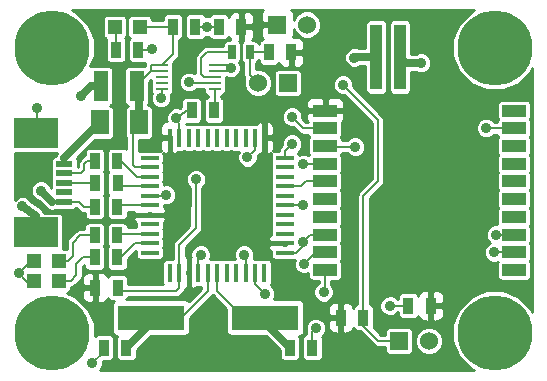
<source format=gtl>
G04 (created by PCBNEW-RS274X (2012-01-19 BZR 3256)-stable) date 12/5/2012 9:45:34 AM*
G01*
G70*
G90*
%MOIN*%
G04 Gerber Fmt 3.4, Leading zero omitted, Abs format*
%FSLAX34Y34*%
G04 APERTURE LIST*
%ADD10C,0.006000*%
%ADD11R,0.039300X0.216500*%
%ADD12C,0.250000*%
%ADD13R,0.039400X0.010600*%
%ADD14R,0.149600X0.098400*%
%ADD15R,0.055100X0.019700*%
%ADD16R,0.035000X0.055000*%
%ADD17R,0.016000X0.060000*%
%ADD18R,0.060000X0.016000*%
%ADD19R,0.047200X0.047200*%
%ADD20R,0.060000X0.060000*%
%ADD21C,0.060000*%
%ADD22R,0.050000X0.100000*%
%ADD23R,0.060000X0.080000*%
%ADD24R,0.220500X0.082700*%
%ADD25R,0.025000X0.045000*%
%ADD26R,0.078700X0.039400*%
%ADD27C,0.035000*%
%ADD28C,0.008000*%
%ADD29C,0.025000*%
%ADD30C,0.010000*%
G04 APERTURE END LIST*
G54D10*
G54D11*
X69307Y-34308D03*
X70093Y-34308D03*
G54D12*
X73250Y-43500D03*
X73250Y-34000D03*
X58500Y-43500D03*
X58500Y-34000D03*
G54D13*
X62167Y-34572D03*
X62167Y-34772D03*
X62167Y-34972D03*
X62167Y-35172D03*
X62167Y-35372D03*
X63917Y-35372D03*
X63917Y-35172D03*
X63917Y-34972D03*
X63917Y-34772D03*
X63917Y-34572D03*
G54D14*
X57957Y-40154D03*
X57957Y-36846D03*
G54D15*
X58902Y-39130D03*
X58902Y-38815D03*
X58902Y-37870D03*
X58902Y-38185D03*
X58902Y-38500D03*
G54D16*
X60675Y-37770D03*
X59925Y-37770D03*
X60678Y-38520D03*
X59928Y-38520D03*
X60627Y-34070D03*
X61377Y-34070D03*
X68125Y-43000D03*
X68875Y-43000D03*
X60666Y-40244D03*
X59916Y-40244D03*
X63895Y-36080D03*
X63145Y-36080D03*
X59930Y-41994D03*
X60680Y-41994D03*
G54D17*
X64000Y-37000D03*
X63685Y-37000D03*
X63370Y-37000D03*
X63055Y-37000D03*
X62740Y-37000D03*
X62425Y-37000D03*
X64315Y-37000D03*
X64630Y-37000D03*
X64945Y-37000D03*
X65260Y-37000D03*
X65575Y-37000D03*
X64000Y-41500D03*
X63685Y-41500D03*
X63370Y-41500D03*
X63055Y-41500D03*
X62740Y-41500D03*
X62425Y-41500D03*
X64315Y-41500D03*
X64630Y-41500D03*
X64945Y-41500D03*
X65260Y-41500D03*
X65575Y-41500D03*
G54D18*
X61750Y-39250D03*
X66250Y-39250D03*
X61750Y-39565D03*
X66250Y-39565D03*
X66250Y-39880D03*
X61750Y-39880D03*
X61750Y-40195D03*
X66250Y-40195D03*
X66250Y-40510D03*
X61750Y-40510D03*
X61750Y-40825D03*
X66250Y-40825D03*
X66250Y-38935D03*
X61750Y-38935D03*
X61750Y-38620D03*
X66250Y-38620D03*
X66250Y-38305D03*
X61750Y-38305D03*
X61750Y-37990D03*
X66250Y-37990D03*
X66250Y-37675D03*
X61750Y-37675D03*
G54D19*
X61415Y-33300D03*
X60589Y-33300D03*
G54D16*
X60666Y-40991D03*
X59916Y-40991D03*
G54D20*
X66000Y-33225D03*
G54D21*
X67000Y-33225D03*
G54D16*
X60675Y-39300D03*
X59925Y-39300D03*
X66425Y-44000D03*
X67175Y-44000D03*
X60975Y-44000D03*
X60225Y-44000D03*
G54D22*
X61320Y-35270D03*
X60120Y-35270D03*
G54D16*
X62525Y-33300D03*
X63275Y-33300D03*
X71125Y-42600D03*
X70375Y-42600D03*
X64800Y-33300D03*
X64050Y-33300D03*
X66476Y-34153D03*
X65726Y-34153D03*
G54D23*
X61396Y-36491D03*
X60096Y-36491D03*
G54D24*
X65609Y-43000D03*
X61791Y-43000D03*
G54D19*
X58713Y-41100D03*
X57887Y-41100D03*
X58718Y-41772D03*
X57892Y-41772D03*
G54D20*
X66350Y-35170D03*
G54D21*
X65350Y-35170D03*
G54D20*
X70060Y-43770D03*
G54D21*
X71060Y-43770D03*
G54D25*
X64487Y-34137D03*
X65087Y-34137D03*
G54D26*
X67600Y-36093D03*
X67600Y-36683D03*
X67600Y-37274D03*
X67600Y-37864D03*
X67600Y-38455D03*
X67600Y-39045D03*
X67600Y-39636D03*
X67600Y-40226D03*
X67600Y-40817D03*
X67600Y-41407D03*
X73900Y-41407D03*
X73900Y-40817D03*
X73900Y-40226D03*
X73900Y-39636D03*
X73900Y-39045D03*
X73900Y-38455D03*
X73900Y-37864D03*
X73900Y-37274D03*
X73900Y-36683D03*
X73900Y-36093D03*
G54D27*
X66866Y-39249D03*
X73290Y-40230D03*
X65600Y-42200D03*
X67550Y-42150D03*
X66900Y-41200D03*
X64900Y-40900D03*
X68190Y-35230D03*
X66500Y-37200D03*
X63290Y-38390D03*
X66490Y-36300D03*
X70800Y-34500D03*
X66870Y-37870D03*
X64450Y-34670D03*
X63650Y-33300D03*
X66850Y-40480D03*
X59840Y-44510D03*
X62640Y-36330D03*
X67300Y-43350D03*
X58130Y-38760D03*
X68575Y-34325D03*
X73224Y-40821D03*
X68600Y-37300D03*
X72970Y-36670D03*
X63450Y-40900D03*
X62300Y-38900D03*
X58000Y-36000D03*
X59470Y-35610D03*
X62125Y-35672D03*
X69750Y-42600D03*
X65010Y-37650D03*
X57380Y-41510D03*
X57510Y-39290D03*
X61844Y-34052D03*
X63056Y-35140D03*
G54D28*
X62525Y-34214D02*
X62167Y-34572D01*
X62167Y-34772D02*
X61818Y-34772D01*
X61265Y-37990D02*
X61180Y-37905D01*
X61180Y-36707D02*
X61396Y-36491D01*
X61750Y-37990D02*
X61265Y-37990D01*
X62167Y-34572D02*
X61802Y-34572D01*
X61818Y-34772D02*
X61800Y-34790D01*
G54D29*
X61396Y-36491D02*
X61396Y-35346D01*
G54D28*
X61800Y-34574D02*
X61800Y-34790D01*
X62525Y-33300D02*
X62525Y-34214D01*
X61396Y-35346D02*
X61320Y-35270D01*
X61800Y-34790D02*
X61320Y-35270D01*
X61802Y-34572D02*
X61800Y-34574D01*
X61415Y-33300D02*
X62525Y-33300D01*
X61180Y-37905D02*
X61180Y-36707D01*
X66865Y-39250D02*
X66866Y-39249D01*
X66250Y-39250D02*
X66865Y-39250D01*
X73294Y-40226D02*
X73900Y-40226D01*
X73290Y-40230D02*
X73294Y-40226D01*
X66958Y-38455D02*
X67600Y-38455D01*
X66793Y-38620D02*
X66958Y-38455D01*
X66250Y-38620D02*
X66793Y-38620D01*
X61750Y-38620D02*
X60778Y-38620D01*
X60778Y-38620D02*
X60678Y-38520D01*
X61321Y-38305D02*
X60786Y-37770D01*
X61750Y-38305D02*
X61321Y-38305D01*
X60786Y-37770D02*
X60675Y-37770D01*
X67550Y-42150D02*
X67600Y-42100D01*
X67600Y-42100D02*
X67600Y-41407D01*
X65260Y-41500D02*
X65260Y-41860D01*
X65260Y-41860D02*
X65600Y-42200D01*
X64900Y-40900D02*
X64945Y-40945D01*
X67600Y-40817D02*
X67283Y-40817D01*
X64945Y-40945D02*
X64945Y-41500D01*
X67283Y-40817D02*
X66900Y-41200D01*
X68875Y-43000D02*
X68875Y-43275D01*
X68190Y-35230D02*
X68190Y-35240D01*
X68875Y-43000D02*
X68875Y-38935D01*
X66250Y-37675D02*
X66250Y-37450D01*
X68190Y-35240D02*
X69360Y-36410D01*
X69360Y-36410D02*
X69360Y-38450D01*
X69360Y-38450D02*
X68875Y-38935D01*
X68875Y-43275D02*
X69370Y-43770D01*
X66250Y-37450D02*
X66500Y-37200D01*
X69370Y-43770D02*
X70060Y-43770D01*
X61750Y-40195D02*
X60715Y-40195D01*
X60715Y-40195D02*
X60666Y-40244D01*
X59192Y-40495D02*
X59443Y-40244D01*
X59028Y-41100D02*
X59192Y-40936D01*
X59443Y-40244D02*
X59916Y-40244D01*
X58713Y-41100D02*
X59028Y-41100D01*
X59192Y-40936D02*
X59192Y-40495D01*
X61263Y-40510D02*
X60782Y-40991D01*
X60782Y-40991D02*
X60666Y-40991D01*
X61750Y-40510D02*
X61263Y-40510D01*
X59536Y-40991D02*
X59916Y-40991D01*
X58718Y-41772D02*
X59114Y-41772D01*
X59306Y-41221D02*
X59536Y-40991D01*
X59306Y-41580D02*
X59306Y-41221D01*
X59114Y-41772D02*
X59306Y-41580D01*
X59536Y-40991D02*
X59916Y-40991D01*
X63917Y-35372D02*
X63917Y-36058D01*
X63917Y-36058D02*
X63895Y-36080D01*
X63285Y-40015D02*
X62740Y-40560D01*
X66873Y-36683D02*
X66490Y-36300D01*
X62636Y-42098D02*
X60784Y-42098D01*
X62740Y-40560D02*
X62740Y-41500D01*
X63290Y-38390D02*
X63285Y-40015D01*
X62740Y-41994D02*
X62636Y-42098D01*
X62740Y-41500D02*
X62740Y-41994D01*
X60784Y-42098D02*
X60680Y-41994D01*
X67600Y-36683D02*
X66873Y-36683D01*
X63464Y-34862D02*
X63464Y-34340D01*
X63667Y-34137D02*
X64487Y-34137D01*
X63464Y-34340D02*
X63667Y-34137D01*
X63574Y-34972D02*
X63464Y-34862D01*
X63917Y-34972D02*
X63574Y-34972D01*
X59560Y-37880D02*
X59670Y-37770D01*
X58902Y-38185D02*
X59465Y-38185D01*
X59670Y-37770D02*
X59925Y-37770D01*
X59560Y-38090D02*
X59560Y-37880D01*
X59465Y-38185D02*
X59560Y-38090D01*
X58902Y-38500D02*
X59908Y-38500D01*
X59908Y-38500D02*
X59928Y-38520D01*
X58902Y-37870D02*
X58902Y-37685D01*
G54D29*
X58902Y-37685D02*
X60096Y-36491D01*
G54D28*
X64352Y-34572D02*
X64450Y-34670D01*
X64348Y-34772D02*
X64450Y-34670D01*
X64467Y-34772D02*
X64450Y-34670D01*
X63917Y-34772D02*
X64348Y-34772D01*
X63917Y-34572D02*
X64352Y-34572D01*
X66876Y-37864D02*
X66870Y-37870D01*
G54D29*
X70285Y-34500D02*
X70093Y-34308D01*
X70800Y-34500D02*
X70285Y-34500D01*
G54D28*
X67600Y-37864D02*
X66876Y-37864D01*
X64000Y-41500D02*
X64000Y-42100D01*
X64000Y-42100D02*
X64900Y-43000D01*
X64900Y-43000D02*
X65425Y-43000D01*
G54D29*
X65609Y-43184D02*
X66425Y-44000D01*
X65609Y-43000D02*
X65609Y-43184D01*
G54D28*
X65425Y-43000D02*
X66425Y-44000D01*
X63685Y-41500D02*
X63685Y-42115D01*
G54D29*
X61791Y-43184D02*
X60975Y-44000D01*
G54D28*
X61975Y-43000D02*
X60975Y-44000D01*
X62800Y-43000D02*
X61975Y-43000D01*
X63685Y-42115D02*
X62800Y-43000D01*
G54D29*
X61791Y-43000D02*
X61791Y-43184D01*
G54D28*
X73900Y-36683D02*
X72983Y-36683D01*
X70375Y-42600D02*
X69750Y-42600D01*
X67104Y-40226D02*
X66850Y-40480D01*
X66635Y-40825D02*
X66250Y-40825D01*
X67600Y-40226D02*
X67104Y-40226D01*
X63020Y-36080D02*
X62640Y-36330D01*
X66850Y-40610D02*
X66850Y-40480D01*
G54D29*
X60120Y-35270D02*
X59810Y-35270D01*
X57957Y-39597D02*
X57510Y-39290D01*
G54D28*
X57887Y-41100D02*
X57790Y-41100D01*
X67626Y-37300D02*
X68600Y-37300D01*
X62740Y-36540D02*
X62740Y-37000D01*
X67175Y-43475D02*
X67300Y-43350D01*
X72983Y-36683D02*
X72970Y-36670D01*
X61750Y-38935D02*
X62265Y-38935D01*
X63650Y-33300D02*
X63275Y-33300D01*
X57892Y-41772D02*
X57642Y-41772D01*
X62167Y-35372D02*
X62167Y-35630D01*
X62740Y-36540D02*
X62640Y-36330D01*
X65087Y-34907D02*
X65350Y-35170D01*
X57670Y-41800D02*
X57887Y-41800D01*
X67600Y-37274D02*
X67626Y-37300D01*
X57642Y-41772D02*
X57380Y-41510D01*
X58902Y-39130D02*
X58500Y-39130D01*
G54D29*
X69307Y-34308D02*
X68592Y-34308D01*
G54D28*
X63145Y-36080D02*
X63020Y-36080D01*
X65260Y-37400D02*
X65010Y-37650D01*
X60225Y-44125D02*
X59840Y-44510D01*
X73228Y-40817D02*
X73224Y-40821D01*
X64050Y-33300D02*
X63650Y-33300D01*
X57790Y-41100D02*
X57380Y-41510D01*
X60225Y-44000D02*
X60225Y-44125D01*
X67175Y-44000D02*
X67175Y-43475D01*
X57957Y-40154D02*
X57957Y-39597D01*
G54D29*
X68592Y-34308D02*
X68575Y-34325D01*
G54D28*
X57957Y-36846D02*
X58000Y-36803D01*
X62265Y-38935D02*
X62300Y-38900D01*
X62167Y-35630D02*
X62125Y-35672D01*
X59550Y-39300D02*
X59380Y-39130D01*
X59380Y-39130D02*
X58902Y-39130D01*
X59925Y-39300D02*
X59550Y-39300D01*
X58000Y-36803D02*
X58000Y-36000D01*
X65087Y-34137D02*
X65710Y-34137D01*
G54D29*
X59810Y-35270D02*
X59470Y-35610D01*
X58500Y-39130D02*
X58130Y-38760D01*
G54D28*
X63370Y-41500D02*
X63370Y-40980D01*
X63370Y-40980D02*
X63450Y-40900D01*
X73900Y-40817D02*
X73228Y-40817D01*
X65710Y-34137D02*
X65726Y-34153D01*
X65260Y-37000D02*
X65260Y-37400D01*
X57670Y-41800D02*
X57380Y-41510D01*
X65087Y-34137D02*
X65087Y-34907D01*
X66635Y-40825D02*
X66850Y-40610D01*
X60627Y-33338D02*
X60589Y-33300D01*
X60627Y-34070D02*
X60627Y-33338D01*
X61844Y-34052D02*
X61826Y-34070D01*
X61826Y-34070D02*
X61377Y-34070D01*
X63056Y-35140D02*
X63088Y-35172D01*
X63088Y-35172D02*
X63917Y-35172D01*
X61750Y-39250D02*
X60725Y-39250D01*
X60725Y-39250D02*
X60675Y-39300D01*
G54D10*
G36*
X74505Y-42822D02*
X74463Y-42721D01*
X74463Y-41638D01*
X74463Y-41570D01*
X74463Y-41176D01*
X74437Y-41114D01*
X74435Y-41112D01*
X74437Y-41110D01*
X74463Y-41048D01*
X74463Y-40980D01*
X74463Y-40586D01*
X74437Y-40524D01*
X74434Y-40521D01*
X74437Y-40519D01*
X74463Y-40457D01*
X74463Y-40389D01*
X74463Y-39995D01*
X74437Y-39933D01*
X74435Y-39931D01*
X74437Y-39929D01*
X74463Y-39867D01*
X74463Y-39799D01*
X74463Y-39405D01*
X74437Y-39343D01*
X74434Y-39340D01*
X74437Y-39338D01*
X74463Y-39276D01*
X74463Y-39208D01*
X74463Y-38814D01*
X74437Y-38752D01*
X74435Y-38750D01*
X74437Y-38748D01*
X74463Y-38686D01*
X74463Y-38618D01*
X74463Y-38224D01*
X74437Y-38162D01*
X74434Y-38159D01*
X74437Y-38157D01*
X74463Y-38095D01*
X74463Y-38027D01*
X74463Y-37633D01*
X74437Y-37571D01*
X74435Y-37569D01*
X74437Y-37567D01*
X74463Y-37505D01*
X74463Y-37437D01*
X74463Y-37043D01*
X74437Y-36981D01*
X74434Y-36978D01*
X74437Y-36976D01*
X74463Y-36914D01*
X74463Y-36846D01*
X74463Y-36452D01*
X74437Y-36390D01*
X74435Y-36388D01*
X74437Y-36386D01*
X74463Y-36324D01*
X74463Y-36256D01*
X74463Y-35862D01*
X74437Y-35800D01*
X74389Y-35752D01*
X74327Y-35726D01*
X74259Y-35726D01*
X73473Y-35726D01*
X73411Y-35752D01*
X73363Y-35800D01*
X73337Y-35862D01*
X73337Y-35930D01*
X73337Y-36324D01*
X73363Y-36386D01*
X73365Y-36388D01*
X73363Y-36390D01*
X73337Y-36452D01*
X73337Y-36473D01*
X73259Y-36473D01*
X73165Y-36379D01*
X73039Y-36326D01*
X72902Y-36326D01*
X72776Y-36378D01*
X72679Y-36475D01*
X72626Y-36601D01*
X72626Y-36738D01*
X72678Y-36864D01*
X72775Y-36961D01*
X72901Y-37014D01*
X73038Y-37014D01*
X73164Y-36962D01*
X73233Y-36893D01*
X73337Y-36893D01*
X73337Y-36914D01*
X73363Y-36976D01*
X73365Y-36978D01*
X73363Y-36981D01*
X73337Y-37043D01*
X73337Y-37111D01*
X73337Y-37505D01*
X73363Y-37567D01*
X73365Y-37569D01*
X73363Y-37571D01*
X73337Y-37633D01*
X73337Y-37701D01*
X73337Y-38095D01*
X73363Y-38157D01*
X73365Y-38159D01*
X73363Y-38162D01*
X73337Y-38224D01*
X73337Y-38292D01*
X73337Y-38686D01*
X73363Y-38748D01*
X73365Y-38750D01*
X73363Y-38752D01*
X73337Y-38814D01*
X73337Y-38882D01*
X73337Y-39276D01*
X73363Y-39338D01*
X73365Y-39340D01*
X73363Y-39343D01*
X73337Y-39405D01*
X73337Y-39473D01*
X73337Y-39867D01*
X73344Y-39886D01*
X73222Y-39886D01*
X73096Y-39938D01*
X72999Y-40035D01*
X72946Y-40161D01*
X72946Y-40298D01*
X72998Y-40424D01*
X73081Y-40507D01*
X73030Y-40529D01*
X72933Y-40626D01*
X72880Y-40752D01*
X72880Y-40889D01*
X72932Y-41015D01*
X73029Y-41112D01*
X73155Y-41165D01*
X73292Y-41165D01*
X73351Y-41140D01*
X73337Y-41176D01*
X73337Y-41244D01*
X73337Y-41638D01*
X73363Y-41700D01*
X73411Y-41748D01*
X73473Y-41774D01*
X73541Y-41774D01*
X74327Y-41774D01*
X74389Y-41748D01*
X74437Y-41700D01*
X74463Y-41638D01*
X74463Y-42721D01*
X74453Y-42697D01*
X74055Y-42298D01*
X73533Y-42081D01*
X72969Y-42081D01*
X72447Y-42297D01*
X72048Y-42695D01*
X71831Y-43217D01*
X71831Y-43781D01*
X72047Y-44303D01*
X72445Y-44702D01*
X72572Y-44755D01*
X71550Y-44755D01*
X71550Y-42712D01*
X71550Y-42488D01*
X71549Y-42374D01*
X71549Y-42275D01*
X71511Y-42184D01*
X71441Y-42114D01*
X71349Y-42076D01*
X71237Y-42075D01*
X71175Y-42137D01*
X71175Y-42550D01*
X71488Y-42550D01*
X71550Y-42488D01*
X71550Y-42712D01*
X71488Y-42650D01*
X71175Y-42650D01*
X71175Y-43063D01*
X71237Y-43125D01*
X71349Y-43124D01*
X71441Y-43086D01*
X71511Y-43016D01*
X71549Y-42925D01*
X71549Y-42826D01*
X71550Y-42712D01*
X71550Y-44755D01*
X71530Y-44755D01*
X71530Y-43864D01*
X71530Y-43677D01*
X71459Y-43504D01*
X71327Y-43372D01*
X71154Y-43300D01*
X71144Y-43300D01*
X71144Y-34569D01*
X71144Y-34432D01*
X71092Y-34306D01*
X70995Y-34209D01*
X70869Y-34156D01*
X70732Y-34156D01*
X70613Y-34205D01*
X70459Y-34205D01*
X70459Y-33192D01*
X70433Y-33130D01*
X70385Y-33082D01*
X70323Y-33056D01*
X70255Y-33056D01*
X69863Y-33056D01*
X69801Y-33082D01*
X69753Y-33130D01*
X69727Y-33192D01*
X69727Y-33260D01*
X69727Y-35424D01*
X69753Y-35486D01*
X69801Y-35534D01*
X69863Y-35560D01*
X69931Y-35560D01*
X70323Y-35560D01*
X70385Y-35534D01*
X70433Y-35486D01*
X70459Y-35424D01*
X70459Y-35356D01*
X70459Y-34795D01*
X70614Y-34795D01*
X70731Y-34844D01*
X70868Y-34844D01*
X70994Y-34792D01*
X71091Y-34695D01*
X71144Y-34569D01*
X71144Y-43300D01*
X71075Y-43300D01*
X71075Y-43063D01*
X71075Y-42700D01*
X71075Y-42650D01*
X71075Y-42550D01*
X71075Y-42500D01*
X71075Y-42137D01*
X71013Y-42075D01*
X70901Y-42076D01*
X70809Y-42114D01*
X70739Y-42184D01*
X70707Y-42260D01*
X70694Y-42229D01*
X70646Y-42181D01*
X70584Y-42155D01*
X70516Y-42155D01*
X70166Y-42155D01*
X70104Y-42181D01*
X70056Y-42229D01*
X70030Y-42291D01*
X70030Y-42359D01*
X70030Y-42390D01*
X70026Y-42390D01*
X69945Y-42309D01*
X69819Y-42256D01*
X69682Y-42256D01*
X69673Y-42259D01*
X69673Y-35424D01*
X69673Y-35356D01*
X69673Y-33192D01*
X69647Y-33130D01*
X69599Y-33082D01*
X69537Y-33056D01*
X69469Y-33056D01*
X69077Y-33056D01*
X69015Y-33082D01*
X68967Y-33130D01*
X68941Y-33192D01*
X68941Y-33260D01*
X68941Y-34013D01*
X68720Y-34013D01*
X68644Y-33981D01*
X68507Y-33981D01*
X68381Y-34033D01*
X68284Y-34130D01*
X68231Y-34256D01*
X68231Y-34393D01*
X68283Y-34519D01*
X68380Y-34616D01*
X68506Y-34669D01*
X68643Y-34669D01*
X68769Y-34617D01*
X68783Y-34603D01*
X68941Y-34603D01*
X68941Y-35424D01*
X68967Y-35486D01*
X69015Y-35534D01*
X69077Y-35560D01*
X69145Y-35560D01*
X69537Y-35560D01*
X69599Y-35534D01*
X69647Y-35486D01*
X69673Y-35424D01*
X69673Y-42259D01*
X69556Y-42308D01*
X69459Y-42405D01*
X69406Y-42531D01*
X69406Y-42668D01*
X69458Y-42794D01*
X69555Y-42891D01*
X69681Y-42944D01*
X69818Y-42944D01*
X69944Y-42892D01*
X70026Y-42810D01*
X70030Y-42810D01*
X70030Y-42909D01*
X70056Y-42971D01*
X70104Y-43019D01*
X70166Y-43045D01*
X70234Y-43045D01*
X70584Y-43045D01*
X70646Y-43019D01*
X70694Y-42971D01*
X70707Y-42939D01*
X70739Y-43016D01*
X70809Y-43086D01*
X70901Y-43124D01*
X71013Y-43125D01*
X71075Y-43063D01*
X71075Y-43300D01*
X70967Y-43300D01*
X70794Y-43371D01*
X70662Y-43503D01*
X70590Y-43676D01*
X70590Y-43863D01*
X70661Y-44036D01*
X70793Y-44168D01*
X70966Y-44240D01*
X71153Y-44240D01*
X71326Y-44169D01*
X71458Y-44037D01*
X71530Y-43864D01*
X71530Y-44755D01*
X70530Y-44755D01*
X70530Y-44104D01*
X70530Y-44036D01*
X70530Y-43436D01*
X70504Y-43374D01*
X70456Y-43326D01*
X70394Y-43300D01*
X70326Y-43300D01*
X69726Y-43300D01*
X69664Y-43326D01*
X69616Y-43374D01*
X69590Y-43436D01*
X69590Y-43504D01*
X69590Y-43560D01*
X69456Y-43560D01*
X69215Y-43319D01*
X69220Y-43309D01*
X69220Y-43241D01*
X69220Y-42691D01*
X69194Y-42629D01*
X69146Y-42581D01*
X69085Y-42555D01*
X69085Y-39021D01*
X69508Y-38599D01*
X69508Y-38598D01*
X69538Y-38553D01*
X69553Y-38531D01*
X69554Y-38530D01*
X69569Y-38451D01*
X69570Y-38450D01*
X69570Y-36410D01*
X69554Y-36330D01*
X69553Y-36329D01*
X69538Y-36307D01*
X69508Y-36262D01*
X69508Y-36261D01*
X68534Y-35287D01*
X68534Y-35162D01*
X68482Y-35036D01*
X68385Y-34939D01*
X68259Y-34886D01*
X68122Y-34886D01*
X67996Y-34938D01*
X67899Y-35035D01*
X67846Y-35161D01*
X67846Y-35298D01*
X67898Y-35424D01*
X67995Y-35521D01*
X68121Y-35574D01*
X68227Y-35574D01*
X69150Y-36496D01*
X69150Y-38363D01*
X68944Y-38569D01*
X68944Y-37369D01*
X68944Y-37232D01*
X68892Y-37106D01*
X68795Y-37009D01*
X68669Y-36956D01*
X68532Y-36956D01*
X68406Y-37008D01*
X68324Y-37090D01*
X68163Y-37090D01*
X68163Y-37043D01*
X68137Y-36981D01*
X68134Y-36978D01*
X68137Y-36976D01*
X68163Y-36914D01*
X68163Y-36846D01*
X68163Y-36472D01*
X68204Y-36431D01*
X68242Y-36340D01*
X68242Y-36241D01*
X68243Y-36205D01*
X68243Y-35981D01*
X68242Y-35945D01*
X68242Y-35846D01*
X68204Y-35755D01*
X68134Y-35685D01*
X68042Y-35647D01*
X67712Y-35646D01*
X67650Y-35708D01*
X67650Y-36043D01*
X68181Y-36043D01*
X68243Y-35981D01*
X68243Y-36205D01*
X68181Y-36143D01*
X67700Y-36143D01*
X67650Y-36143D01*
X67550Y-36143D01*
X67550Y-36043D01*
X67550Y-35708D01*
X67488Y-35646D01*
X67158Y-35647D01*
X67066Y-35685D01*
X66996Y-35755D01*
X66958Y-35846D01*
X66958Y-35945D01*
X66957Y-35981D01*
X67019Y-36043D01*
X67550Y-36043D01*
X67550Y-36143D01*
X67500Y-36143D01*
X67019Y-36143D01*
X66957Y-36205D01*
X66958Y-36241D01*
X66958Y-36340D01*
X66996Y-36431D01*
X67037Y-36472D01*
X67037Y-36473D01*
X66959Y-36473D01*
X66901Y-36414D01*
X66901Y-34265D01*
X66839Y-34203D01*
X66526Y-34203D01*
X66526Y-34616D01*
X66588Y-34678D01*
X66700Y-34677D01*
X66792Y-34639D01*
X66862Y-34569D01*
X66900Y-34478D01*
X66900Y-34379D01*
X66901Y-34265D01*
X66901Y-36414D01*
X66834Y-36347D01*
X66834Y-36232D01*
X66820Y-36198D01*
X66820Y-35504D01*
X66820Y-35436D01*
X66820Y-34836D01*
X66794Y-34774D01*
X66746Y-34726D01*
X66684Y-34700D01*
X66616Y-34700D01*
X66016Y-34700D01*
X65954Y-34726D01*
X65906Y-34774D01*
X65880Y-34836D01*
X65880Y-34904D01*
X65880Y-35504D01*
X65906Y-35566D01*
X65954Y-35614D01*
X66016Y-35640D01*
X66084Y-35640D01*
X66684Y-35640D01*
X66746Y-35614D01*
X66794Y-35566D01*
X66820Y-35504D01*
X66820Y-36198D01*
X66782Y-36106D01*
X66685Y-36009D01*
X66559Y-35956D01*
X66422Y-35956D01*
X66296Y-36008D01*
X66199Y-36105D01*
X66146Y-36231D01*
X66146Y-36368D01*
X66198Y-36494D01*
X66295Y-36591D01*
X66421Y-36644D01*
X66537Y-36644D01*
X66724Y-36831D01*
X66725Y-36831D01*
X66770Y-36861D01*
X66792Y-36876D01*
X66793Y-36877D01*
X66873Y-36893D01*
X67037Y-36893D01*
X67037Y-36914D01*
X67063Y-36976D01*
X67065Y-36978D01*
X67063Y-36981D01*
X67037Y-37043D01*
X67037Y-37111D01*
X67037Y-37505D01*
X67063Y-37567D01*
X67065Y-37569D01*
X67063Y-37571D01*
X67060Y-37577D01*
X66939Y-37526D01*
X66802Y-37526D01*
X66719Y-37560D01*
X66694Y-37499D01*
X66689Y-37494D01*
X66694Y-37492D01*
X66791Y-37395D01*
X66844Y-37269D01*
X66844Y-37132D01*
X66792Y-37006D01*
X66695Y-36909D01*
X66569Y-36856D01*
X66432Y-36856D01*
X66306Y-36908D01*
X66209Y-37005D01*
X66156Y-37131D01*
X66156Y-37247D01*
X66102Y-37302D01*
X66056Y-37369D01*
X66053Y-37382D01*
X66045Y-37425D01*
X65916Y-37425D01*
X65857Y-37449D01*
X65866Y-37441D01*
X65904Y-37350D01*
X65904Y-37251D01*
X65905Y-37112D01*
X65905Y-36888D01*
X65904Y-36749D01*
X65904Y-36650D01*
X65866Y-36559D01*
X65796Y-36489D01*
X65704Y-36451D01*
X65677Y-36450D01*
X65615Y-36512D01*
X65615Y-36950D01*
X65843Y-36950D01*
X65905Y-36888D01*
X65905Y-37112D01*
X65843Y-37050D01*
X65615Y-37050D01*
X65615Y-37488D01*
X65677Y-37550D01*
X65704Y-37549D01*
X65796Y-37511D01*
X65804Y-37502D01*
X65780Y-37561D01*
X65780Y-37629D01*
X65780Y-37789D01*
X65798Y-37832D01*
X65780Y-37876D01*
X65780Y-37944D01*
X65780Y-38104D01*
X65798Y-38147D01*
X65780Y-38191D01*
X65780Y-38259D01*
X65780Y-38419D01*
X65798Y-38462D01*
X65780Y-38506D01*
X65780Y-38574D01*
X65780Y-38734D01*
X65798Y-38777D01*
X65780Y-38821D01*
X65780Y-38889D01*
X65780Y-39049D01*
X65798Y-39092D01*
X65780Y-39136D01*
X65780Y-39204D01*
X65780Y-39364D01*
X65798Y-39407D01*
X65780Y-39451D01*
X65780Y-39519D01*
X65780Y-39679D01*
X65798Y-39722D01*
X65780Y-39766D01*
X65780Y-39834D01*
X65780Y-39994D01*
X65798Y-40037D01*
X65780Y-40081D01*
X65780Y-40149D01*
X65780Y-40248D01*
X65739Y-40289D01*
X65701Y-40380D01*
X65701Y-40409D01*
X65762Y-40470D01*
X66200Y-40470D01*
X66200Y-40460D01*
X66300Y-40460D01*
X66300Y-40470D01*
X66300Y-40550D01*
X66300Y-40560D01*
X66200Y-40560D01*
X66200Y-40550D01*
X65762Y-40550D01*
X65701Y-40611D01*
X65701Y-40640D01*
X65739Y-40731D01*
X65780Y-40772D01*
X65780Y-40779D01*
X65780Y-40939D01*
X65806Y-41001D01*
X65854Y-41049D01*
X65916Y-41075D01*
X65984Y-41075D01*
X66579Y-41075D01*
X66556Y-41131D01*
X66556Y-41268D01*
X66608Y-41394D01*
X66705Y-41491D01*
X66831Y-41544D01*
X66968Y-41544D01*
X67037Y-41515D01*
X67037Y-41638D01*
X67063Y-41700D01*
X67111Y-41748D01*
X67173Y-41774D01*
X67241Y-41774D01*
X67390Y-41774D01*
X67390Y-41843D01*
X67356Y-41858D01*
X67259Y-41955D01*
X67206Y-42081D01*
X67206Y-42218D01*
X67258Y-42344D01*
X67355Y-42441D01*
X67481Y-42494D01*
X67618Y-42494D01*
X67744Y-42442D01*
X67841Y-42345D01*
X67894Y-42219D01*
X67894Y-42082D01*
X67842Y-41956D01*
X67810Y-41924D01*
X67810Y-41774D01*
X68027Y-41774D01*
X68089Y-41748D01*
X68137Y-41700D01*
X68163Y-41638D01*
X68163Y-41570D01*
X68163Y-41176D01*
X68137Y-41114D01*
X68135Y-41112D01*
X68137Y-41110D01*
X68163Y-41048D01*
X68163Y-40980D01*
X68163Y-40586D01*
X68137Y-40524D01*
X68134Y-40521D01*
X68137Y-40519D01*
X68163Y-40457D01*
X68163Y-40389D01*
X68163Y-39995D01*
X68137Y-39933D01*
X68135Y-39931D01*
X68137Y-39929D01*
X68163Y-39867D01*
X68163Y-39799D01*
X68163Y-39405D01*
X68137Y-39343D01*
X68134Y-39340D01*
X68137Y-39338D01*
X68163Y-39276D01*
X68163Y-39208D01*
X68163Y-38814D01*
X68137Y-38752D01*
X68135Y-38750D01*
X68137Y-38748D01*
X68163Y-38686D01*
X68163Y-38618D01*
X68163Y-38224D01*
X68137Y-38162D01*
X68134Y-38159D01*
X68137Y-38157D01*
X68163Y-38095D01*
X68163Y-38027D01*
X68163Y-37633D01*
X68137Y-37571D01*
X68135Y-37569D01*
X68137Y-37567D01*
X68160Y-37510D01*
X68324Y-37510D01*
X68405Y-37591D01*
X68531Y-37644D01*
X68668Y-37644D01*
X68794Y-37592D01*
X68891Y-37495D01*
X68944Y-37369D01*
X68944Y-38569D01*
X68727Y-38787D01*
X68681Y-38854D01*
X68678Y-38867D01*
X68665Y-38935D01*
X68665Y-42555D01*
X68604Y-42581D01*
X68556Y-42629D01*
X68542Y-42660D01*
X68511Y-42584D01*
X68441Y-42514D01*
X68349Y-42476D01*
X68237Y-42475D01*
X68175Y-42537D01*
X68175Y-42900D01*
X68175Y-42950D01*
X68175Y-43050D01*
X68175Y-43100D01*
X68175Y-43463D01*
X68237Y-43525D01*
X68349Y-43524D01*
X68441Y-43486D01*
X68511Y-43416D01*
X68542Y-43339D01*
X68556Y-43371D01*
X68604Y-43419D01*
X68666Y-43445D01*
X68734Y-43445D01*
X68748Y-43445D01*
X69221Y-43918D01*
X69222Y-43918D01*
X69289Y-43964D01*
X69290Y-43964D01*
X69302Y-43966D01*
X69370Y-43980D01*
X69590Y-43980D01*
X69590Y-44104D01*
X69616Y-44166D01*
X69664Y-44214D01*
X69726Y-44240D01*
X69794Y-44240D01*
X70394Y-44240D01*
X70456Y-44214D01*
X70504Y-44166D01*
X70530Y-44104D01*
X70530Y-44755D01*
X68075Y-44755D01*
X68075Y-43463D01*
X68075Y-43050D01*
X68075Y-42950D01*
X68075Y-42537D01*
X68013Y-42475D01*
X67901Y-42476D01*
X67809Y-42514D01*
X67739Y-42584D01*
X67701Y-42675D01*
X67701Y-42774D01*
X67700Y-42888D01*
X67762Y-42950D01*
X68075Y-42950D01*
X68075Y-43050D01*
X67762Y-43050D01*
X67700Y-43112D01*
X67701Y-43226D01*
X67701Y-43325D01*
X67739Y-43416D01*
X67809Y-43486D01*
X67901Y-43524D01*
X68013Y-43525D01*
X68075Y-43463D01*
X68075Y-44755D01*
X67644Y-44755D01*
X67644Y-43419D01*
X67644Y-43282D01*
X67592Y-43156D01*
X67495Y-43059D01*
X67369Y-43006D01*
X67232Y-43006D01*
X67106Y-43058D01*
X67009Y-43155D01*
X66956Y-43281D01*
X66956Y-43418D01*
X66969Y-43451D01*
X66965Y-43475D01*
X66965Y-43555D01*
X66910Y-43578D01*
X66910Y-43453D01*
X66910Y-43374D01*
X66910Y-42548D01*
X66880Y-42475D01*
X66824Y-42419D01*
X66751Y-42388D01*
X66672Y-42388D01*
X65893Y-42388D01*
X65944Y-42269D01*
X65944Y-42132D01*
X65892Y-42006D01*
X65795Y-41909D01*
X65788Y-41906D01*
X65799Y-41896D01*
X65825Y-41834D01*
X65825Y-41766D01*
X65825Y-41166D01*
X65799Y-41104D01*
X65751Y-41056D01*
X65689Y-41030D01*
X65621Y-41030D01*
X65535Y-41030D01*
X65535Y-37488D01*
X65535Y-37050D01*
X65525Y-37050D01*
X65525Y-36950D01*
X65535Y-36950D01*
X65535Y-36512D01*
X65473Y-36450D01*
X65446Y-36451D01*
X65354Y-36489D01*
X65313Y-36530D01*
X65306Y-36530D01*
X65146Y-36530D01*
X65102Y-36548D01*
X65059Y-36530D01*
X64991Y-36530D01*
X64831Y-36530D01*
X64794Y-36545D01*
X64794Y-34739D01*
X64794Y-34602D01*
X64742Y-34476D01*
X64740Y-34474D01*
X64756Y-34458D01*
X64782Y-34396D01*
X64782Y-34328D01*
X64782Y-33878D01*
X64756Y-33816D01*
X64726Y-33786D01*
X64750Y-33763D01*
X64750Y-33400D01*
X64750Y-33350D01*
X64750Y-33250D01*
X64750Y-33200D01*
X64750Y-32837D01*
X64688Y-32775D01*
X64576Y-32776D01*
X64484Y-32814D01*
X64414Y-32884D01*
X64382Y-32960D01*
X64369Y-32929D01*
X64321Y-32881D01*
X64259Y-32855D01*
X64191Y-32855D01*
X63841Y-32855D01*
X63779Y-32881D01*
X63731Y-32929D01*
X63719Y-32956D01*
X63605Y-32956D01*
X63594Y-32929D01*
X63546Y-32881D01*
X63484Y-32855D01*
X63416Y-32855D01*
X63066Y-32855D01*
X63004Y-32881D01*
X62956Y-32929D01*
X62930Y-32991D01*
X62930Y-33059D01*
X62930Y-33609D01*
X62956Y-33671D01*
X63004Y-33719D01*
X63066Y-33745D01*
X63134Y-33745D01*
X63484Y-33745D01*
X63546Y-33719D01*
X63594Y-33671D01*
X63605Y-33644D01*
X63718Y-33644D01*
X63719Y-33643D01*
X63731Y-33671D01*
X63779Y-33719D01*
X63841Y-33745D01*
X63909Y-33745D01*
X64259Y-33745D01*
X64321Y-33719D01*
X64369Y-33671D01*
X64382Y-33639D01*
X64414Y-33716D01*
X64440Y-33742D01*
X64328Y-33742D01*
X64266Y-33768D01*
X64218Y-33816D01*
X64192Y-33878D01*
X64192Y-33927D01*
X63667Y-33927D01*
X63599Y-33940D01*
X63586Y-33943D01*
X63518Y-33989D01*
X63316Y-34192D01*
X63270Y-34259D01*
X63267Y-34272D01*
X63254Y-34340D01*
X63254Y-34852D01*
X63251Y-34849D01*
X63125Y-34796D01*
X62988Y-34796D01*
X62870Y-34844D01*
X62870Y-33609D01*
X62870Y-33541D01*
X62870Y-32991D01*
X62844Y-32929D01*
X62796Y-32881D01*
X62734Y-32855D01*
X62666Y-32855D01*
X62316Y-32855D01*
X62254Y-32881D01*
X62206Y-32929D01*
X62180Y-32991D01*
X62180Y-33059D01*
X62180Y-33090D01*
X61821Y-33090D01*
X61821Y-33030D01*
X61795Y-32968D01*
X61747Y-32920D01*
X61685Y-32894D01*
X61617Y-32894D01*
X61145Y-32894D01*
X61083Y-32920D01*
X61035Y-32968D01*
X61009Y-33030D01*
X61009Y-33098D01*
X61009Y-33570D01*
X61035Y-33632D01*
X61080Y-33677D01*
X61058Y-33699D01*
X61032Y-33761D01*
X61032Y-33829D01*
X61032Y-34379D01*
X61058Y-34441D01*
X61106Y-34489D01*
X61168Y-34515D01*
X61236Y-34515D01*
X61586Y-34515D01*
X61603Y-34507D01*
X61590Y-34574D01*
X61590Y-34600D01*
X61536Y-34600D01*
X61036Y-34600D01*
X60995Y-34617D01*
X60995Y-33570D01*
X60995Y-33502D01*
X60995Y-33030D01*
X60969Y-32968D01*
X60921Y-32920D01*
X60859Y-32894D01*
X60791Y-32894D01*
X60319Y-32894D01*
X60257Y-32920D01*
X60209Y-32968D01*
X60183Y-33030D01*
X60183Y-33098D01*
X60183Y-33570D01*
X60209Y-33632D01*
X60257Y-33680D01*
X60307Y-33701D01*
X60282Y-33761D01*
X60282Y-33829D01*
X60282Y-34379D01*
X60308Y-34441D01*
X60356Y-34489D01*
X60418Y-34515D01*
X60486Y-34515D01*
X60836Y-34515D01*
X60898Y-34489D01*
X60946Y-34441D01*
X60972Y-34379D01*
X60972Y-34311D01*
X60972Y-33761D01*
X60946Y-33699D01*
X60924Y-33677D01*
X60969Y-33632D01*
X60995Y-33570D01*
X60995Y-34617D01*
X60974Y-34626D01*
X60926Y-34674D01*
X60900Y-34736D01*
X60900Y-34804D01*
X60900Y-35804D01*
X60926Y-35866D01*
X60974Y-35914D01*
X61026Y-35935D01*
X61000Y-35947D01*
X60952Y-35995D01*
X60926Y-36057D01*
X60926Y-36125D01*
X60926Y-36925D01*
X60952Y-36987D01*
X60970Y-37005D01*
X60970Y-37375D01*
X60946Y-37351D01*
X60884Y-37325D01*
X60816Y-37325D01*
X60466Y-37325D01*
X60404Y-37351D01*
X60356Y-37399D01*
X60330Y-37461D01*
X60330Y-37529D01*
X60330Y-38079D01*
X60356Y-38141D01*
X60361Y-38146D01*
X60359Y-38149D01*
X60333Y-38211D01*
X60333Y-38279D01*
X60333Y-38829D01*
X60359Y-38891D01*
X60376Y-38908D01*
X60356Y-38929D01*
X60330Y-38991D01*
X60330Y-39059D01*
X60330Y-39609D01*
X60356Y-39671D01*
X60404Y-39719D01*
X60466Y-39745D01*
X60534Y-39745D01*
X60884Y-39745D01*
X60946Y-39719D01*
X60994Y-39671D01*
X61020Y-39609D01*
X61020Y-39541D01*
X61020Y-39460D01*
X61201Y-39460D01*
X61201Y-39464D01*
X61262Y-39525D01*
X61700Y-39525D01*
X61700Y-39515D01*
X61800Y-39515D01*
X61800Y-39525D01*
X62238Y-39525D01*
X62299Y-39464D01*
X62299Y-39435D01*
X62261Y-39344D01*
X62220Y-39303D01*
X62220Y-39296D01*
X62220Y-39239D01*
X62231Y-39244D01*
X62368Y-39244D01*
X62494Y-39192D01*
X62591Y-39095D01*
X62644Y-38969D01*
X62644Y-38832D01*
X62592Y-38706D01*
X62495Y-38609D01*
X62369Y-38556D01*
X62232Y-38556D01*
X62220Y-38560D01*
X62220Y-38506D01*
X62201Y-38462D01*
X62220Y-38419D01*
X62220Y-38351D01*
X62220Y-38191D01*
X62201Y-38147D01*
X62220Y-38104D01*
X62220Y-38036D01*
X62220Y-37876D01*
X62201Y-37832D01*
X62220Y-37789D01*
X62220Y-37721D01*
X62220Y-37561D01*
X62195Y-37502D01*
X62204Y-37511D01*
X62296Y-37549D01*
X62323Y-37550D01*
X62385Y-37488D01*
X62385Y-37050D01*
X62157Y-37050D01*
X62095Y-37112D01*
X62096Y-37251D01*
X62096Y-37350D01*
X62134Y-37441D01*
X62142Y-37449D01*
X62084Y-37425D01*
X62016Y-37425D01*
X61416Y-37425D01*
X61390Y-37435D01*
X61390Y-37061D01*
X61730Y-37061D01*
X61792Y-37035D01*
X61840Y-36987D01*
X61866Y-36925D01*
X61866Y-36857D01*
X61866Y-36057D01*
X61840Y-35995D01*
X61792Y-35947D01*
X61730Y-35921D01*
X61691Y-35921D01*
X61691Y-35889D01*
X61714Y-35866D01*
X61740Y-35804D01*
X61740Y-35736D01*
X61740Y-35146D01*
X61800Y-35086D01*
X61800Y-35153D01*
X61800Y-35259D01*
X61805Y-35272D01*
X61800Y-35285D01*
X61800Y-35353D01*
X61800Y-35459D01*
X61820Y-35508D01*
X61781Y-35603D01*
X61781Y-35740D01*
X61833Y-35866D01*
X61930Y-35963D01*
X62056Y-36016D01*
X62193Y-36016D01*
X62319Y-35964D01*
X62416Y-35867D01*
X62469Y-35741D01*
X62469Y-35604D01*
X62455Y-35570D01*
X62460Y-35569D01*
X62508Y-35521D01*
X62534Y-35459D01*
X62534Y-35391D01*
X62534Y-35285D01*
X62528Y-35272D01*
X62534Y-35259D01*
X62534Y-35191D01*
X62534Y-35085D01*
X62528Y-35072D01*
X62534Y-35059D01*
X62534Y-34991D01*
X62534Y-34885D01*
X62528Y-34872D01*
X62534Y-34859D01*
X62534Y-34791D01*
X62534Y-34685D01*
X62528Y-34672D01*
X62534Y-34659D01*
X62534Y-34591D01*
X62534Y-34501D01*
X62673Y-34363D01*
X62673Y-34362D01*
X62719Y-34295D01*
X62719Y-34294D01*
X62721Y-34281D01*
X62734Y-34214D01*
X62735Y-34214D01*
X62735Y-33744D01*
X62796Y-33719D01*
X62844Y-33671D01*
X62870Y-33609D01*
X62870Y-34844D01*
X62862Y-34848D01*
X62765Y-34945D01*
X62712Y-35071D01*
X62712Y-35208D01*
X62764Y-35334D01*
X62861Y-35431D01*
X62987Y-35484D01*
X63124Y-35484D01*
X63250Y-35432D01*
X63300Y-35382D01*
X63550Y-35382D01*
X63550Y-35459D01*
X63576Y-35521D01*
X63624Y-35569D01*
X63686Y-35595D01*
X63707Y-35595D01*
X63707Y-35635D01*
X63686Y-35635D01*
X63624Y-35661D01*
X63576Y-35709D01*
X63550Y-35771D01*
X63550Y-35839D01*
X63550Y-36389D01*
X63576Y-36451D01*
X63624Y-36499D01*
X63686Y-36525D01*
X63754Y-36525D01*
X64104Y-36525D01*
X64166Y-36499D01*
X64214Y-36451D01*
X64240Y-36389D01*
X64240Y-36321D01*
X64240Y-35771D01*
X64214Y-35709D01*
X64166Y-35661D01*
X64127Y-35644D01*
X64127Y-35595D01*
X64148Y-35595D01*
X64210Y-35569D01*
X64258Y-35521D01*
X64284Y-35459D01*
X64284Y-35391D01*
X64284Y-35285D01*
X64278Y-35272D01*
X64284Y-35259D01*
X64284Y-35191D01*
X64284Y-35085D01*
X64278Y-35072D01*
X64284Y-35059D01*
X64284Y-34991D01*
X64284Y-34982D01*
X64304Y-34982D01*
X64381Y-35014D01*
X64518Y-35014D01*
X64644Y-34962D01*
X64741Y-34865D01*
X64794Y-34739D01*
X64794Y-36545D01*
X64787Y-36548D01*
X64744Y-36530D01*
X64676Y-36530D01*
X64516Y-36530D01*
X64472Y-36548D01*
X64429Y-36530D01*
X64361Y-36530D01*
X64201Y-36530D01*
X64157Y-36548D01*
X64114Y-36530D01*
X64046Y-36530D01*
X63886Y-36530D01*
X63842Y-36548D01*
X63799Y-36530D01*
X63731Y-36530D01*
X63571Y-36530D01*
X63527Y-36548D01*
X63484Y-36530D01*
X63416Y-36530D01*
X63256Y-36530D01*
X63212Y-36548D01*
X63169Y-36530D01*
X63101Y-36530D01*
X62948Y-36530D01*
X62949Y-36528D01*
X62948Y-36525D01*
X63004Y-36525D01*
X63354Y-36525D01*
X63416Y-36499D01*
X63464Y-36451D01*
X63490Y-36389D01*
X63490Y-36321D01*
X63490Y-35771D01*
X63464Y-35709D01*
X63416Y-35661D01*
X63354Y-35635D01*
X63286Y-35635D01*
X62936Y-35635D01*
X62874Y-35661D01*
X62826Y-35709D01*
X62800Y-35771D01*
X62800Y-35839D01*
X62800Y-35973D01*
X62752Y-36004D01*
X62709Y-35986D01*
X62572Y-35986D01*
X62446Y-36038D01*
X62349Y-36135D01*
X62296Y-36261D01*
X62296Y-36398D01*
X62317Y-36450D01*
X62296Y-36451D01*
X62204Y-36489D01*
X62134Y-36559D01*
X62096Y-36650D01*
X62096Y-36749D01*
X62095Y-36888D01*
X62157Y-36950D01*
X62325Y-36950D01*
X62385Y-36950D01*
X62465Y-36950D01*
X62475Y-36950D01*
X62475Y-37050D01*
X62465Y-37050D01*
X62465Y-37488D01*
X62527Y-37550D01*
X62554Y-37549D01*
X62646Y-37511D01*
X62687Y-37470D01*
X62694Y-37470D01*
X62854Y-37470D01*
X62897Y-37451D01*
X62941Y-37470D01*
X63009Y-37470D01*
X63169Y-37470D01*
X63212Y-37451D01*
X63256Y-37470D01*
X63324Y-37470D01*
X63484Y-37470D01*
X63527Y-37451D01*
X63571Y-37470D01*
X63639Y-37470D01*
X63799Y-37470D01*
X63842Y-37451D01*
X63886Y-37470D01*
X63954Y-37470D01*
X64114Y-37470D01*
X64157Y-37451D01*
X64201Y-37470D01*
X64269Y-37470D01*
X64429Y-37470D01*
X64472Y-37451D01*
X64516Y-37470D01*
X64584Y-37470D01*
X64712Y-37470D01*
X64666Y-37581D01*
X64666Y-37718D01*
X64718Y-37844D01*
X64815Y-37941D01*
X64941Y-37994D01*
X65078Y-37994D01*
X65204Y-37942D01*
X65301Y-37845D01*
X65354Y-37719D01*
X65354Y-37602D01*
X65408Y-37549D01*
X65408Y-37548D01*
X65415Y-37536D01*
X65416Y-37536D01*
X65446Y-37549D01*
X65473Y-37550D01*
X65535Y-37488D01*
X65535Y-41030D01*
X65461Y-41030D01*
X65417Y-41048D01*
X65374Y-41030D01*
X65306Y-41030D01*
X65218Y-41030D01*
X65244Y-40969D01*
X65244Y-40832D01*
X65192Y-40706D01*
X65095Y-40609D01*
X64969Y-40556D01*
X64832Y-40556D01*
X64706Y-40608D01*
X64609Y-40705D01*
X64556Y-40831D01*
X64556Y-40968D01*
X64581Y-41030D01*
X64516Y-41030D01*
X64472Y-41048D01*
X64429Y-41030D01*
X64361Y-41030D01*
X64201Y-41030D01*
X64157Y-41048D01*
X64114Y-41030D01*
X64046Y-41030D01*
X63886Y-41030D01*
X63842Y-41048D01*
X63799Y-41030D01*
X63768Y-41030D01*
X63794Y-40969D01*
X63794Y-40832D01*
X63742Y-40706D01*
X63645Y-40609D01*
X63519Y-40556D01*
X63382Y-40556D01*
X63256Y-40608D01*
X63159Y-40705D01*
X63106Y-40831D01*
X63106Y-40968D01*
X63115Y-40991D01*
X63095Y-41012D01*
X63095Y-41450D01*
X63105Y-41450D01*
X63105Y-41550D01*
X63095Y-41550D01*
X63095Y-41988D01*
X63157Y-42050D01*
X63184Y-42049D01*
X63276Y-42011D01*
X63317Y-41970D01*
X63324Y-41970D01*
X63475Y-41970D01*
X63475Y-42028D01*
X63045Y-42458D01*
X63006Y-42419D01*
X62933Y-42388D01*
X62854Y-42388D01*
X60976Y-42388D01*
X60999Y-42365D01*
X61022Y-42308D01*
X62636Y-42308D01*
X62636Y-42307D01*
X62703Y-42294D01*
X62716Y-42292D01*
X62717Y-42292D01*
X62784Y-42246D01*
X62888Y-42143D01*
X62888Y-42142D01*
X62934Y-42075D01*
X62934Y-42074D01*
X62936Y-42061D01*
X62938Y-42049D01*
X62953Y-42050D01*
X63015Y-41988D01*
X63015Y-41550D01*
X63005Y-41550D01*
X63005Y-41450D01*
X63015Y-41450D01*
X63015Y-41012D01*
X62953Y-40950D01*
X62950Y-40950D01*
X62950Y-40646D01*
X63432Y-40164D01*
X63433Y-40164D01*
X63455Y-40130D01*
X63478Y-40096D01*
X63479Y-40096D01*
X63494Y-40016D01*
X63495Y-40016D01*
X63499Y-38666D01*
X63581Y-38585D01*
X63634Y-38459D01*
X63634Y-38322D01*
X63582Y-38196D01*
X63485Y-38099D01*
X63359Y-38046D01*
X63222Y-38046D01*
X63096Y-38098D01*
X62999Y-38195D01*
X62946Y-38321D01*
X62946Y-38458D01*
X62998Y-38584D01*
X63079Y-38665D01*
X63075Y-39927D01*
X62592Y-40412D01*
X62546Y-40479D01*
X62543Y-40492D01*
X62530Y-40560D01*
X62530Y-41030D01*
X62471Y-41030D01*
X62311Y-41030D01*
X62299Y-41035D01*
X62299Y-39695D01*
X62299Y-39666D01*
X62238Y-39605D01*
X61800Y-39605D01*
X61800Y-39615D01*
X61700Y-39615D01*
X61700Y-39605D01*
X61262Y-39605D01*
X61201Y-39666D01*
X61201Y-39695D01*
X61239Y-39786D01*
X61280Y-39827D01*
X61280Y-39834D01*
X61280Y-39985D01*
X61011Y-39985D01*
X61011Y-39935D01*
X60985Y-39873D01*
X60937Y-39825D01*
X60875Y-39799D01*
X60807Y-39799D01*
X60457Y-39799D01*
X60395Y-39825D01*
X60347Y-39873D01*
X60321Y-39935D01*
X60321Y-40003D01*
X60321Y-40553D01*
X60347Y-40615D01*
X60349Y-40617D01*
X60347Y-40620D01*
X60321Y-40682D01*
X60321Y-40750D01*
X60321Y-41300D01*
X60347Y-41362D01*
X60395Y-41410D01*
X60457Y-41436D01*
X60525Y-41436D01*
X60875Y-41436D01*
X60937Y-41410D01*
X60985Y-41362D01*
X61011Y-41300D01*
X61011Y-41232D01*
X61011Y-41058D01*
X61280Y-40789D01*
X61280Y-40939D01*
X61306Y-41001D01*
X61354Y-41049D01*
X61416Y-41075D01*
X61484Y-41075D01*
X62084Y-41075D01*
X62146Y-41049D01*
X62194Y-41001D01*
X62220Y-40939D01*
X62220Y-40871D01*
X62220Y-40711D01*
X62201Y-40667D01*
X62220Y-40624D01*
X62220Y-40556D01*
X62220Y-40396D01*
X62201Y-40352D01*
X62220Y-40309D01*
X62220Y-40241D01*
X62220Y-40081D01*
X62201Y-40037D01*
X62220Y-39994D01*
X62220Y-39926D01*
X62220Y-39827D01*
X62261Y-39786D01*
X62299Y-39695D01*
X62299Y-41035D01*
X62249Y-41056D01*
X62201Y-41104D01*
X62175Y-41166D01*
X62175Y-41234D01*
X62175Y-41834D01*
X62197Y-41888D01*
X61025Y-41888D01*
X61025Y-41685D01*
X60999Y-41623D01*
X60951Y-41575D01*
X60889Y-41549D01*
X60821Y-41549D01*
X60471Y-41549D01*
X60409Y-41575D01*
X60361Y-41623D01*
X60347Y-41654D01*
X60316Y-41578D01*
X60246Y-41508D01*
X60154Y-41470D01*
X60042Y-41469D01*
X59980Y-41531D01*
X59980Y-41894D01*
X59980Y-41944D01*
X59980Y-42044D01*
X59980Y-42094D01*
X59980Y-42457D01*
X60042Y-42519D01*
X60154Y-42518D01*
X60246Y-42480D01*
X60316Y-42410D01*
X60347Y-42333D01*
X60361Y-42365D01*
X60409Y-42413D01*
X60471Y-42439D01*
X60539Y-42439D01*
X60556Y-42439D01*
X60521Y-42474D01*
X60490Y-42547D01*
X60490Y-42626D01*
X60490Y-43452D01*
X60520Y-43525D01*
X60576Y-43581D01*
X60649Y-43612D01*
X60673Y-43612D01*
X60656Y-43629D01*
X60630Y-43691D01*
X60630Y-43759D01*
X60630Y-44309D01*
X60656Y-44371D01*
X60704Y-44419D01*
X60766Y-44445D01*
X60834Y-44445D01*
X61184Y-44445D01*
X61246Y-44419D01*
X61294Y-44371D01*
X61320Y-44309D01*
X61320Y-44241D01*
X61320Y-44072D01*
X61780Y-43612D01*
X62932Y-43612D01*
X63005Y-43582D01*
X63061Y-43526D01*
X63092Y-43453D01*
X63092Y-43374D01*
X63092Y-43004D01*
X63833Y-42264D01*
X63833Y-42263D01*
X63847Y-42241D01*
X63852Y-42248D01*
X64308Y-42704D01*
X64308Y-43452D01*
X64338Y-43525D01*
X64394Y-43581D01*
X64467Y-43612D01*
X64546Y-43612D01*
X65619Y-43612D01*
X66080Y-44072D01*
X66080Y-44309D01*
X66106Y-44371D01*
X66154Y-44419D01*
X66216Y-44445D01*
X66284Y-44445D01*
X66634Y-44445D01*
X66696Y-44419D01*
X66744Y-44371D01*
X66770Y-44309D01*
X66770Y-44241D01*
X66770Y-43691D01*
X66744Y-43629D01*
X66727Y-43612D01*
X66750Y-43612D01*
X66823Y-43582D01*
X66879Y-43526D01*
X66910Y-43453D01*
X66910Y-43578D01*
X66904Y-43581D01*
X66856Y-43629D01*
X66830Y-43691D01*
X66830Y-43759D01*
X66830Y-44309D01*
X66856Y-44371D01*
X66904Y-44419D01*
X66966Y-44445D01*
X67034Y-44445D01*
X67384Y-44445D01*
X67446Y-44419D01*
X67494Y-44371D01*
X67520Y-44309D01*
X67520Y-44241D01*
X67520Y-43691D01*
X67497Y-43638D01*
X67591Y-43545D01*
X67644Y-43419D01*
X67644Y-44755D01*
X60081Y-44755D01*
X60131Y-44705D01*
X60184Y-44579D01*
X60184Y-44462D01*
X60201Y-44445D01*
X60434Y-44445D01*
X60496Y-44419D01*
X60544Y-44371D01*
X60570Y-44309D01*
X60570Y-44241D01*
X60570Y-43691D01*
X60544Y-43629D01*
X60496Y-43581D01*
X60434Y-43555D01*
X60366Y-43555D01*
X60016Y-43555D01*
X59954Y-43581D01*
X59919Y-43616D01*
X59919Y-43219D01*
X59880Y-43124D01*
X59880Y-42457D01*
X59880Y-42044D01*
X59880Y-41944D01*
X59880Y-41531D01*
X59818Y-41469D01*
X59706Y-41470D01*
X59614Y-41508D01*
X59544Y-41578D01*
X59506Y-41669D01*
X59506Y-41768D01*
X59505Y-41882D01*
X59567Y-41944D01*
X59880Y-41944D01*
X59880Y-42044D01*
X59567Y-42044D01*
X59505Y-42106D01*
X59506Y-42220D01*
X59506Y-42319D01*
X59544Y-42410D01*
X59614Y-42480D01*
X59706Y-42518D01*
X59818Y-42519D01*
X59880Y-42457D01*
X59880Y-43124D01*
X59703Y-42697D01*
X59305Y-42298D01*
X59002Y-42172D01*
X59050Y-42152D01*
X59098Y-42104D01*
X59124Y-42042D01*
X59124Y-41980D01*
X59124Y-41979D01*
X59181Y-41968D01*
X59194Y-41966D01*
X59195Y-41966D01*
X59262Y-41920D01*
X59454Y-41729D01*
X59454Y-41728D01*
X59484Y-41683D01*
X59499Y-41661D01*
X59500Y-41660D01*
X59515Y-41580D01*
X59516Y-41580D01*
X59516Y-41307D01*
X59571Y-41252D01*
X59571Y-41300D01*
X59597Y-41362D01*
X59645Y-41410D01*
X59707Y-41436D01*
X59775Y-41436D01*
X60125Y-41436D01*
X60187Y-41410D01*
X60235Y-41362D01*
X60261Y-41300D01*
X60261Y-41232D01*
X60261Y-40682D01*
X60235Y-40620D01*
X60232Y-40617D01*
X60235Y-40615D01*
X60261Y-40553D01*
X60261Y-40485D01*
X60261Y-39935D01*
X60235Y-39873D01*
X60187Y-39825D01*
X60125Y-39799D01*
X60057Y-39799D01*
X59707Y-39799D01*
X59645Y-39825D01*
X59597Y-39873D01*
X59571Y-39935D01*
X59571Y-40003D01*
X59571Y-40034D01*
X59443Y-40034D01*
X59363Y-40050D01*
X59340Y-40065D01*
X59294Y-40096D01*
X59044Y-40347D01*
X58998Y-40414D01*
X58995Y-40427D01*
X58982Y-40495D01*
X58982Y-40694D01*
X58915Y-40694D01*
X58869Y-40694D01*
X58875Y-40680D01*
X58875Y-40612D01*
X58875Y-39628D01*
X58849Y-39566D01*
X58801Y-39518D01*
X58739Y-39492D01*
X58671Y-39492D01*
X58226Y-39492D01*
X58204Y-39436D01*
X58124Y-39354D01*
X57823Y-39147D01*
X57802Y-39096D01*
X57705Y-38999D01*
X57579Y-38946D01*
X57442Y-38946D01*
X57316Y-38998D01*
X57245Y-39069D01*
X57245Y-37508D01*
X58671Y-37508D01*
X58629Y-37572D01*
X58622Y-37602D01*
X58593Y-37602D01*
X58531Y-37628D01*
X58483Y-37676D01*
X58457Y-37738D01*
X58457Y-37806D01*
X58457Y-38002D01*
X58467Y-38027D01*
X58457Y-38053D01*
X58457Y-38121D01*
X58457Y-38317D01*
X58467Y-38342D01*
X58457Y-38368D01*
X58457Y-38436D01*
X58457Y-38632D01*
X58467Y-38657D01*
X58463Y-38667D01*
X58422Y-38566D01*
X58325Y-38469D01*
X58199Y-38416D01*
X58062Y-38416D01*
X57936Y-38468D01*
X57839Y-38565D01*
X57786Y-38691D01*
X57786Y-38828D01*
X57838Y-38954D01*
X57935Y-39051D01*
X58052Y-39100D01*
X58291Y-39338D01*
X58387Y-39403D01*
X58500Y-39425D01*
X58613Y-39403D01*
X58620Y-39398D01*
X58661Y-39398D01*
X59211Y-39398D01*
X59273Y-39372D01*
X59299Y-39345D01*
X59401Y-39448D01*
X59402Y-39448D01*
X59447Y-39478D01*
X59469Y-39493D01*
X59470Y-39494D01*
X59550Y-39510D01*
X59580Y-39510D01*
X59580Y-39609D01*
X59606Y-39671D01*
X59654Y-39719D01*
X59716Y-39745D01*
X59784Y-39745D01*
X60134Y-39745D01*
X60196Y-39719D01*
X60244Y-39671D01*
X60270Y-39609D01*
X60270Y-39541D01*
X60270Y-38991D01*
X60244Y-38929D01*
X60226Y-38911D01*
X60247Y-38891D01*
X60273Y-38829D01*
X60273Y-38761D01*
X60273Y-38211D01*
X60247Y-38149D01*
X60241Y-38143D01*
X60244Y-38141D01*
X60270Y-38079D01*
X60270Y-38011D01*
X60270Y-37461D01*
X60244Y-37399D01*
X60196Y-37351D01*
X60134Y-37325D01*
X60066Y-37325D01*
X59716Y-37325D01*
X59654Y-37351D01*
X59606Y-37399D01*
X59580Y-37461D01*
X59580Y-37529D01*
X59580Y-37582D01*
X59567Y-37591D01*
X59521Y-37622D01*
X59412Y-37732D01*
X59366Y-37799D01*
X59363Y-37812D01*
X59350Y-37880D01*
X59350Y-37975D01*
X59347Y-37975D01*
X59347Y-37934D01*
X59347Y-37738D01*
X59323Y-37681D01*
X59943Y-37061D01*
X60430Y-37061D01*
X60492Y-37035D01*
X60540Y-36987D01*
X60566Y-36925D01*
X60566Y-36857D01*
X60566Y-36057D01*
X60540Y-35995D01*
X60492Y-35947D01*
X60439Y-35925D01*
X60466Y-35914D01*
X60514Y-35866D01*
X60540Y-35804D01*
X60540Y-35736D01*
X60540Y-34736D01*
X60514Y-34674D01*
X60466Y-34626D01*
X60404Y-34600D01*
X60336Y-34600D01*
X59836Y-34600D01*
X59776Y-34624D01*
X59919Y-34283D01*
X59919Y-33719D01*
X59703Y-33197D01*
X59305Y-32798D01*
X59177Y-32745D01*
X65528Y-32745D01*
X65489Y-32784D01*
X65451Y-32875D01*
X65451Y-32974D01*
X65450Y-33113D01*
X65512Y-33175D01*
X65900Y-33175D01*
X65950Y-33175D01*
X66050Y-33175D01*
X66050Y-33275D01*
X65950Y-33275D01*
X65900Y-33275D01*
X65512Y-33275D01*
X65450Y-33337D01*
X65451Y-33476D01*
X65451Y-33575D01*
X65489Y-33666D01*
X65531Y-33708D01*
X65517Y-33708D01*
X65455Y-33734D01*
X65407Y-33782D01*
X65381Y-33844D01*
X65381Y-33875D01*
X65356Y-33816D01*
X65308Y-33768D01*
X65246Y-33742D01*
X65178Y-33742D01*
X65160Y-33742D01*
X65186Y-33716D01*
X65224Y-33625D01*
X65224Y-33526D01*
X65225Y-33412D01*
X65225Y-33188D01*
X65224Y-33074D01*
X65224Y-32975D01*
X65186Y-32884D01*
X65116Y-32814D01*
X65024Y-32776D01*
X64912Y-32775D01*
X64850Y-32837D01*
X64850Y-33250D01*
X65163Y-33250D01*
X65225Y-33188D01*
X65225Y-33412D01*
X65163Y-33350D01*
X64850Y-33350D01*
X64850Y-33763D01*
X64860Y-33773D01*
X64818Y-33816D01*
X64792Y-33878D01*
X64792Y-33946D01*
X64792Y-34396D01*
X64818Y-34458D01*
X64866Y-34506D01*
X64877Y-34510D01*
X64877Y-34907D01*
X64890Y-34974D01*
X64893Y-34988D01*
X64907Y-35009D01*
X64880Y-35076D01*
X64880Y-35263D01*
X64951Y-35436D01*
X65083Y-35568D01*
X65256Y-35640D01*
X65443Y-35640D01*
X65616Y-35569D01*
X65748Y-35437D01*
X65820Y-35264D01*
X65820Y-35077D01*
X65749Y-34904D01*
X65617Y-34772D01*
X65444Y-34700D01*
X65297Y-34700D01*
X65297Y-34510D01*
X65308Y-34506D01*
X65356Y-34458D01*
X65381Y-34398D01*
X65381Y-34462D01*
X65407Y-34524D01*
X65455Y-34572D01*
X65517Y-34598D01*
X65585Y-34598D01*
X65935Y-34598D01*
X65997Y-34572D01*
X66045Y-34524D01*
X66058Y-34492D01*
X66090Y-34569D01*
X66160Y-34639D01*
X66252Y-34677D01*
X66364Y-34678D01*
X66426Y-34616D01*
X66426Y-34253D01*
X66426Y-34203D01*
X66426Y-34103D01*
X66526Y-34103D01*
X66576Y-34103D01*
X66839Y-34103D01*
X66901Y-34041D01*
X66900Y-33927D01*
X66900Y-33828D01*
X66862Y-33737D01*
X66792Y-33667D01*
X66700Y-33629D01*
X66588Y-33628D01*
X66576Y-33640D01*
X66576Y-33628D01*
X66526Y-33628D01*
X66549Y-33575D01*
X66549Y-33476D01*
X66549Y-33366D01*
X66601Y-33491D01*
X66733Y-33623D01*
X66906Y-33695D01*
X67093Y-33695D01*
X67266Y-33624D01*
X67398Y-33492D01*
X67470Y-33319D01*
X67470Y-33132D01*
X67399Y-32959D01*
X67267Y-32827D01*
X67094Y-32755D01*
X66907Y-32755D01*
X66734Y-32826D01*
X66602Y-32958D01*
X66549Y-33083D01*
X66549Y-32974D01*
X66549Y-32875D01*
X66511Y-32784D01*
X66472Y-32745D01*
X72572Y-32745D01*
X72447Y-32797D01*
X72048Y-33195D01*
X71831Y-33717D01*
X71831Y-34281D01*
X72047Y-34803D01*
X72445Y-35202D01*
X72967Y-35419D01*
X73531Y-35419D01*
X74053Y-35203D01*
X74452Y-34805D01*
X74505Y-34677D01*
X74505Y-42822D01*
X74505Y-42822D01*
G37*
G54D30*
X74505Y-42822D02*
X74463Y-42721D01*
X74463Y-41638D01*
X74463Y-41570D01*
X74463Y-41176D01*
X74437Y-41114D01*
X74435Y-41112D01*
X74437Y-41110D01*
X74463Y-41048D01*
X74463Y-40980D01*
X74463Y-40586D01*
X74437Y-40524D01*
X74434Y-40521D01*
X74437Y-40519D01*
X74463Y-40457D01*
X74463Y-40389D01*
X74463Y-39995D01*
X74437Y-39933D01*
X74435Y-39931D01*
X74437Y-39929D01*
X74463Y-39867D01*
X74463Y-39799D01*
X74463Y-39405D01*
X74437Y-39343D01*
X74434Y-39340D01*
X74437Y-39338D01*
X74463Y-39276D01*
X74463Y-39208D01*
X74463Y-38814D01*
X74437Y-38752D01*
X74435Y-38750D01*
X74437Y-38748D01*
X74463Y-38686D01*
X74463Y-38618D01*
X74463Y-38224D01*
X74437Y-38162D01*
X74434Y-38159D01*
X74437Y-38157D01*
X74463Y-38095D01*
X74463Y-38027D01*
X74463Y-37633D01*
X74437Y-37571D01*
X74435Y-37569D01*
X74437Y-37567D01*
X74463Y-37505D01*
X74463Y-37437D01*
X74463Y-37043D01*
X74437Y-36981D01*
X74434Y-36978D01*
X74437Y-36976D01*
X74463Y-36914D01*
X74463Y-36846D01*
X74463Y-36452D01*
X74437Y-36390D01*
X74435Y-36388D01*
X74437Y-36386D01*
X74463Y-36324D01*
X74463Y-36256D01*
X74463Y-35862D01*
X74437Y-35800D01*
X74389Y-35752D01*
X74327Y-35726D01*
X74259Y-35726D01*
X73473Y-35726D01*
X73411Y-35752D01*
X73363Y-35800D01*
X73337Y-35862D01*
X73337Y-35930D01*
X73337Y-36324D01*
X73363Y-36386D01*
X73365Y-36388D01*
X73363Y-36390D01*
X73337Y-36452D01*
X73337Y-36473D01*
X73259Y-36473D01*
X73165Y-36379D01*
X73039Y-36326D01*
X72902Y-36326D01*
X72776Y-36378D01*
X72679Y-36475D01*
X72626Y-36601D01*
X72626Y-36738D01*
X72678Y-36864D01*
X72775Y-36961D01*
X72901Y-37014D01*
X73038Y-37014D01*
X73164Y-36962D01*
X73233Y-36893D01*
X73337Y-36893D01*
X73337Y-36914D01*
X73363Y-36976D01*
X73365Y-36978D01*
X73363Y-36981D01*
X73337Y-37043D01*
X73337Y-37111D01*
X73337Y-37505D01*
X73363Y-37567D01*
X73365Y-37569D01*
X73363Y-37571D01*
X73337Y-37633D01*
X73337Y-37701D01*
X73337Y-38095D01*
X73363Y-38157D01*
X73365Y-38159D01*
X73363Y-38162D01*
X73337Y-38224D01*
X73337Y-38292D01*
X73337Y-38686D01*
X73363Y-38748D01*
X73365Y-38750D01*
X73363Y-38752D01*
X73337Y-38814D01*
X73337Y-38882D01*
X73337Y-39276D01*
X73363Y-39338D01*
X73365Y-39340D01*
X73363Y-39343D01*
X73337Y-39405D01*
X73337Y-39473D01*
X73337Y-39867D01*
X73344Y-39886D01*
X73222Y-39886D01*
X73096Y-39938D01*
X72999Y-40035D01*
X72946Y-40161D01*
X72946Y-40298D01*
X72998Y-40424D01*
X73081Y-40507D01*
X73030Y-40529D01*
X72933Y-40626D01*
X72880Y-40752D01*
X72880Y-40889D01*
X72932Y-41015D01*
X73029Y-41112D01*
X73155Y-41165D01*
X73292Y-41165D01*
X73351Y-41140D01*
X73337Y-41176D01*
X73337Y-41244D01*
X73337Y-41638D01*
X73363Y-41700D01*
X73411Y-41748D01*
X73473Y-41774D01*
X73541Y-41774D01*
X74327Y-41774D01*
X74389Y-41748D01*
X74437Y-41700D01*
X74463Y-41638D01*
X74463Y-42721D01*
X74453Y-42697D01*
X74055Y-42298D01*
X73533Y-42081D01*
X72969Y-42081D01*
X72447Y-42297D01*
X72048Y-42695D01*
X71831Y-43217D01*
X71831Y-43781D01*
X72047Y-44303D01*
X72445Y-44702D01*
X72572Y-44755D01*
X71550Y-44755D01*
X71550Y-42712D01*
X71550Y-42488D01*
X71549Y-42374D01*
X71549Y-42275D01*
X71511Y-42184D01*
X71441Y-42114D01*
X71349Y-42076D01*
X71237Y-42075D01*
X71175Y-42137D01*
X71175Y-42550D01*
X71488Y-42550D01*
X71550Y-42488D01*
X71550Y-42712D01*
X71488Y-42650D01*
X71175Y-42650D01*
X71175Y-43063D01*
X71237Y-43125D01*
X71349Y-43124D01*
X71441Y-43086D01*
X71511Y-43016D01*
X71549Y-42925D01*
X71549Y-42826D01*
X71550Y-42712D01*
X71550Y-44755D01*
X71530Y-44755D01*
X71530Y-43864D01*
X71530Y-43677D01*
X71459Y-43504D01*
X71327Y-43372D01*
X71154Y-43300D01*
X71144Y-43300D01*
X71144Y-34569D01*
X71144Y-34432D01*
X71092Y-34306D01*
X70995Y-34209D01*
X70869Y-34156D01*
X70732Y-34156D01*
X70613Y-34205D01*
X70459Y-34205D01*
X70459Y-33192D01*
X70433Y-33130D01*
X70385Y-33082D01*
X70323Y-33056D01*
X70255Y-33056D01*
X69863Y-33056D01*
X69801Y-33082D01*
X69753Y-33130D01*
X69727Y-33192D01*
X69727Y-33260D01*
X69727Y-35424D01*
X69753Y-35486D01*
X69801Y-35534D01*
X69863Y-35560D01*
X69931Y-35560D01*
X70323Y-35560D01*
X70385Y-35534D01*
X70433Y-35486D01*
X70459Y-35424D01*
X70459Y-35356D01*
X70459Y-34795D01*
X70614Y-34795D01*
X70731Y-34844D01*
X70868Y-34844D01*
X70994Y-34792D01*
X71091Y-34695D01*
X71144Y-34569D01*
X71144Y-43300D01*
X71075Y-43300D01*
X71075Y-43063D01*
X71075Y-42700D01*
X71075Y-42650D01*
X71075Y-42550D01*
X71075Y-42500D01*
X71075Y-42137D01*
X71013Y-42075D01*
X70901Y-42076D01*
X70809Y-42114D01*
X70739Y-42184D01*
X70707Y-42260D01*
X70694Y-42229D01*
X70646Y-42181D01*
X70584Y-42155D01*
X70516Y-42155D01*
X70166Y-42155D01*
X70104Y-42181D01*
X70056Y-42229D01*
X70030Y-42291D01*
X70030Y-42359D01*
X70030Y-42390D01*
X70026Y-42390D01*
X69945Y-42309D01*
X69819Y-42256D01*
X69682Y-42256D01*
X69673Y-42259D01*
X69673Y-35424D01*
X69673Y-35356D01*
X69673Y-33192D01*
X69647Y-33130D01*
X69599Y-33082D01*
X69537Y-33056D01*
X69469Y-33056D01*
X69077Y-33056D01*
X69015Y-33082D01*
X68967Y-33130D01*
X68941Y-33192D01*
X68941Y-33260D01*
X68941Y-34013D01*
X68720Y-34013D01*
X68644Y-33981D01*
X68507Y-33981D01*
X68381Y-34033D01*
X68284Y-34130D01*
X68231Y-34256D01*
X68231Y-34393D01*
X68283Y-34519D01*
X68380Y-34616D01*
X68506Y-34669D01*
X68643Y-34669D01*
X68769Y-34617D01*
X68783Y-34603D01*
X68941Y-34603D01*
X68941Y-35424D01*
X68967Y-35486D01*
X69015Y-35534D01*
X69077Y-35560D01*
X69145Y-35560D01*
X69537Y-35560D01*
X69599Y-35534D01*
X69647Y-35486D01*
X69673Y-35424D01*
X69673Y-42259D01*
X69556Y-42308D01*
X69459Y-42405D01*
X69406Y-42531D01*
X69406Y-42668D01*
X69458Y-42794D01*
X69555Y-42891D01*
X69681Y-42944D01*
X69818Y-42944D01*
X69944Y-42892D01*
X70026Y-42810D01*
X70030Y-42810D01*
X70030Y-42909D01*
X70056Y-42971D01*
X70104Y-43019D01*
X70166Y-43045D01*
X70234Y-43045D01*
X70584Y-43045D01*
X70646Y-43019D01*
X70694Y-42971D01*
X70707Y-42939D01*
X70739Y-43016D01*
X70809Y-43086D01*
X70901Y-43124D01*
X71013Y-43125D01*
X71075Y-43063D01*
X71075Y-43300D01*
X70967Y-43300D01*
X70794Y-43371D01*
X70662Y-43503D01*
X70590Y-43676D01*
X70590Y-43863D01*
X70661Y-44036D01*
X70793Y-44168D01*
X70966Y-44240D01*
X71153Y-44240D01*
X71326Y-44169D01*
X71458Y-44037D01*
X71530Y-43864D01*
X71530Y-44755D01*
X70530Y-44755D01*
X70530Y-44104D01*
X70530Y-44036D01*
X70530Y-43436D01*
X70504Y-43374D01*
X70456Y-43326D01*
X70394Y-43300D01*
X70326Y-43300D01*
X69726Y-43300D01*
X69664Y-43326D01*
X69616Y-43374D01*
X69590Y-43436D01*
X69590Y-43504D01*
X69590Y-43560D01*
X69456Y-43560D01*
X69215Y-43319D01*
X69220Y-43309D01*
X69220Y-43241D01*
X69220Y-42691D01*
X69194Y-42629D01*
X69146Y-42581D01*
X69085Y-42555D01*
X69085Y-39021D01*
X69508Y-38599D01*
X69508Y-38598D01*
X69538Y-38553D01*
X69553Y-38531D01*
X69554Y-38530D01*
X69569Y-38451D01*
X69570Y-38450D01*
X69570Y-36410D01*
X69554Y-36330D01*
X69553Y-36329D01*
X69538Y-36307D01*
X69508Y-36262D01*
X69508Y-36261D01*
X68534Y-35287D01*
X68534Y-35162D01*
X68482Y-35036D01*
X68385Y-34939D01*
X68259Y-34886D01*
X68122Y-34886D01*
X67996Y-34938D01*
X67899Y-35035D01*
X67846Y-35161D01*
X67846Y-35298D01*
X67898Y-35424D01*
X67995Y-35521D01*
X68121Y-35574D01*
X68227Y-35574D01*
X69150Y-36496D01*
X69150Y-38363D01*
X68944Y-38569D01*
X68944Y-37369D01*
X68944Y-37232D01*
X68892Y-37106D01*
X68795Y-37009D01*
X68669Y-36956D01*
X68532Y-36956D01*
X68406Y-37008D01*
X68324Y-37090D01*
X68163Y-37090D01*
X68163Y-37043D01*
X68137Y-36981D01*
X68134Y-36978D01*
X68137Y-36976D01*
X68163Y-36914D01*
X68163Y-36846D01*
X68163Y-36472D01*
X68204Y-36431D01*
X68242Y-36340D01*
X68242Y-36241D01*
X68243Y-36205D01*
X68243Y-35981D01*
X68242Y-35945D01*
X68242Y-35846D01*
X68204Y-35755D01*
X68134Y-35685D01*
X68042Y-35647D01*
X67712Y-35646D01*
X67650Y-35708D01*
X67650Y-36043D01*
X68181Y-36043D01*
X68243Y-35981D01*
X68243Y-36205D01*
X68181Y-36143D01*
X67700Y-36143D01*
X67650Y-36143D01*
X67550Y-36143D01*
X67550Y-36043D01*
X67550Y-35708D01*
X67488Y-35646D01*
X67158Y-35647D01*
X67066Y-35685D01*
X66996Y-35755D01*
X66958Y-35846D01*
X66958Y-35945D01*
X66957Y-35981D01*
X67019Y-36043D01*
X67550Y-36043D01*
X67550Y-36143D01*
X67500Y-36143D01*
X67019Y-36143D01*
X66957Y-36205D01*
X66958Y-36241D01*
X66958Y-36340D01*
X66996Y-36431D01*
X67037Y-36472D01*
X67037Y-36473D01*
X66959Y-36473D01*
X66901Y-36414D01*
X66901Y-34265D01*
X66839Y-34203D01*
X66526Y-34203D01*
X66526Y-34616D01*
X66588Y-34678D01*
X66700Y-34677D01*
X66792Y-34639D01*
X66862Y-34569D01*
X66900Y-34478D01*
X66900Y-34379D01*
X66901Y-34265D01*
X66901Y-36414D01*
X66834Y-36347D01*
X66834Y-36232D01*
X66820Y-36198D01*
X66820Y-35504D01*
X66820Y-35436D01*
X66820Y-34836D01*
X66794Y-34774D01*
X66746Y-34726D01*
X66684Y-34700D01*
X66616Y-34700D01*
X66016Y-34700D01*
X65954Y-34726D01*
X65906Y-34774D01*
X65880Y-34836D01*
X65880Y-34904D01*
X65880Y-35504D01*
X65906Y-35566D01*
X65954Y-35614D01*
X66016Y-35640D01*
X66084Y-35640D01*
X66684Y-35640D01*
X66746Y-35614D01*
X66794Y-35566D01*
X66820Y-35504D01*
X66820Y-36198D01*
X66782Y-36106D01*
X66685Y-36009D01*
X66559Y-35956D01*
X66422Y-35956D01*
X66296Y-36008D01*
X66199Y-36105D01*
X66146Y-36231D01*
X66146Y-36368D01*
X66198Y-36494D01*
X66295Y-36591D01*
X66421Y-36644D01*
X66537Y-36644D01*
X66724Y-36831D01*
X66725Y-36831D01*
X66770Y-36861D01*
X66792Y-36876D01*
X66793Y-36877D01*
X66873Y-36893D01*
X67037Y-36893D01*
X67037Y-36914D01*
X67063Y-36976D01*
X67065Y-36978D01*
X67063Y-36981D01*
X67037Y-37043D01*
X67037Y-37111D01*
X67037Y-37505D01*
X67063Y-37567D01*
X67065Y-37569D01*
X67063Y-37571D01*
X67060Y-37577D01*
X66939Y-37526D01*
X66802Y-37526D01*
X66719Y-37560D01*
X66694Y-37499D01*
X66689Y-37494D01*
X66694Y-37492D01*
X66791Y-37395D01*
X66844Y-37269D01*
X66844Y-37132D01*
X66792Y-37006D01*
X66695Y-36909D01*
X66569Y-36856D01*
X66432Y-36856D01*
X66306Y-36908D01*
X66209Y-37005D01*
X66156Y-37131D01*
X66156Y-37247D01*
X66102Y-37302D01*
X66056Y-37369D01*
X66053Y-37382D01*
X66045Y-37425D01*
X65916Y-37425D01*
X65857Y-37449D01*
X65866Y-37441D01*
X65904Y-37350D01*
X65904Y-37251D01*
X65905Y-37112D01*
X65905Y-36888D01*
X65904Y-36749D01*
X65904Y-36650D01*
X65866Y-36559D01*
X65796Y-36489D01*
X65704Y-36451D01*
X65677Y-36450D01*
X65615Y-36512D01*
X65615Y-36950D01*
X65843Y-36950D01*
X65905Y-36888D01*
X65905Y-37112D01*
X65843Y-37050D01*
X65615Y-37050D01*
X65615Y-37488D01*
X65677Y-37550D01*
X65704Y-37549D01*
X65796Y-37511D01*
X65804Y-37502D01*
X65780Y-37561D01*
X65780Y-37629D01*
X65780Y-37789D01*
X65798Y-37832D01*
X65780Y-37876D01*
X65780Y-37944D01*
X65780Y-38104D01*
X65798Y-38147D01*
X65780Y-38191D01*
X65780Y-38259D01*
X65780Y-38419D01*
X65798Y-38462D01*
X65780Y-38506D01*
X65780Y-38574D01*
X65780Y-38734D01*
X65798Y-38777D01*
X65780Y-38821D01*
X65780Y-38889D01*
X65780Y-39049D01*
X65798Y-39092D01*
X65780Y-39136D01*
X65780Y-39204D01*
X65780Y-39364D01*
X65798Y-39407D01*
X65780Y-39451D01*
X65780Y-39519D01*
X65780Y-39679D01*
X65798Y-39722D01*
X65780Y-39766D01*
X65780Y-39834D01*
X65780Y-39994D01*
X65798Y-40037D01*
X65780Y-40081D01*
X65780Y-40149D01*
X65780Y-40248D01*
X65739Y-40289D01*
X65701Y-40380D01*
X65701Y-40409D01*
X65762Y-40470D01*
X66200Y-40470D01*
X66200Y-40460D01*
X66300Y-40460D01*
X66300Y-40470D01*
X66300Y-40550D01*
X66300Y-40560D01*
X66200Y-40560D01*
X66200Y-40550D01*
X65762Y-40550D01*
X65701Y-40611D01*
X65701Y-40640D01*
X65739Y-40731D01*
X65780Y-40772D01*
X65780Y-40779D01*
X65780Y-40939D01*
X65806Y-41001D01*
X65854Y-41049D01*
X65916Y-41075D01*
X65984Y-41075D01*
X66579Y-41075D01*
X66556Y-41131D01*
X66556Y-41268D01*
X66608Y-41394D01*
X66705Y-41491D01*
X66831Y-41544D01*
X66968Y-41544D01*
X67037Y-41515D01*
X67037Y-41638D01*
X67063Y-41700D01*
X67111Y-41748D01*
X67173Y-41774D01*
X67241Y-41774D01*
X67390Y-41774D01*
X67390Y-41843D01*
X67356Y-41858D01*
X67259Y-41955D01*
X67206Y-42081D01*
X67206Y-42218D01*
X67258Y-42344D01*
X67355Y-42441D01*
X67481Y-42494D01*
X67618Y-42494D01*
X67744Y-42442D01*
X67841Y-42345D01*
X67894Y-42219D01*
X67894Y-42082D01*
X67842Y-41956D01*
X67810Y-41924D01*
X67810Y-41774D01*
X68027Y-41774D01*
X68089Y-41748D01*
X68137Y-41700D01*
X68163Y-41638D01*
X68163Y-41570D01*
X68163Y-41176D01*
X68137Y-41114D01*
X68135Y-41112D01*
X68137Y-41110D01*
X68163Y-41048D01*
X68163Y-40980D01*
X68163Y-40586D01*
X68137Y-40524D01*
X68134Y-40521D01*
X68137Y-40519D01*
X68163Y-40457D01*
X68163Y-40389D01*
X68163Y-39995D01*
X68137Y-39933D01*
X68135Y-39931D01*
X68137Y-39929D01*
X68163Y-39867D01*
X68163Y-39799D01*
X68163Y-39405D01*
X68137Y-39343D01*
X68134Y-39340D01*
X68137Y-39338D01*
X68163Y-39276D01*
X68163Y-39208D01*
X68163Y-38814D01*
X68137Y-38752D01*
X68135Y-38750D01*
X68137Y-38748D01*
X68163Y-38686D01*
X68163Y-38618D01*
X68163Y-38224D01*
X68137Y-38162D01*
X68134Y-38159D01*
X68137Y-38157D01*
X68163Y-38095D01*
X68163Y-38027D01*
X68163Y-37633D01*
X68137Y-37571D01*
X68135Y-37569D01*
X68137Y-37567D01*
X68160Y-37510D01*
X68324Y-37510D01*
X68405Y-37591D01*
X68531Y-37644D01*
X68668Y-37644D01*
X68794Y-37592D01*
X68891Y-37495D01*
X68944Y-37369D01*
X68944Y-38569D01*
X68727Y-38787D01*
X68681Y-38854D01*
X68678Y-38867D01*
X68665Y-38935D01*
X68665Y-42555D01*
X68604Y-42581D01*
X68556Y-42629D01*
X68542Y-42660D01*
X68511Y-42584D01*
X68441Y-42514D01*
X68349Y-42476D01*
X68237Y-42475D01*
X68175Y-42537D01*
X68175Y-42900D01*
X68175Y-42950D01*
X68175Y-43050D01*
X68175Y-43100D01*
X68175Y-43463D01*
X68237Y-43525D01*
X68349Y-43524D01*
X68441Y-43486D01*
X68511Y-43416D01*
X68542Y-43339D01*
X68556Y-43371D01*
X68604Y-43419D01*
X68666Y-43445D01*
X68734Y-43445D01*
X68748Y-43445D01*
X69221Y-43918D01*
X69222Y-43918D01*
X69289Y-43964D01*
X69290Y-43964D01*
X69302Y-43966D01*
X69370Y-43980D01*
X69590Y-43980D01*
X69590Y-44104D01*
X69616Y-44166D01*
X69664Y-44214D01*
X69726Y-44240D01*
X69794Y-44240D01*
X70394Y-44240D01*
X70456Y-44214D01*
X70504Y-44166D01*
X70530Y-44104D01*
X70530Y-44755D01*
X68075Y-44755D01*
X68075Y-43463D01*
X68075Y-43050D01*
X68075Y-42950D01*
X68075Y-42537D01*
X68013Y-42475D01*
X67901Y-42476D01*
X67809Y-42514D01*
X67739Y-42584D01*
X67701Y-42675D01*
X67701Y-42774D01*
X67700Y-42888D01*
X67762Y-42950D01*
X68075Y-42950D01*
X68075Y-43050D01*
X67762Y-43050D01*
X67700Y-43112D01*
X67701Y-43226D01*
X67701Y-43325D01*
X67739Y-43416D01*
X67809Y-43486D01*
X67901Y-43524D01*
X68013Y-43525D01*
X68075Y-43463D01*
X68075Y-44755D01*
X67644Y-44755D01*
X67644Y-43419D01*
X67644Y-43282D01*
X67592Y-43156D01*
X67495Y-43059D01*
X67369Y-43006D01*
X67232Y-43006D01*
X67106Y-43058D01*
X67009Y-43155D01*
X66956Y-43281D01*
X66956Y-43418D01*
X66969Y-43451D01*
X66965Y-43475D01*
X66965Y-43555D01*
X66910Y-43578D01*
X66910Y-43453D01*
X66910Y-43374D01*
X66910Y-42548D01*
X66880Y-42475D01*
X66824Y-42419D01*
X66751Y-42388D01*
X66672Y-42388D01*
X65893Y-42388D01*
X65944Y-42269D01*
X65944Y-42132D01*
X65892Y-42006D01*
X65795Y-41909D01*
X65788Y-41906D01*
X65799Y-41896D01*
X65825Y-41834D01*
X65825Y-41766D01*
X65825Y-41166D01*
X65799Y-41104D01*
X65751Y-41056D01*
X65689Y-41030D01*
X65621Y-41030D01*
X65535Y-41030D01*
X65535Y-37488D01*
X65535Y-37050D01*
X65525Y-37050D01*
X65525Y-36950D01*
X65535Y-36950D01*
X65535Y-36512D01*
X65473Y-36450D01*
X65446Y-36451D01*
X65354Y-36489D01*
X65313Y-36530D01*
X65306Y-36530D01*
X65146Y-36530D01*
X65102Y-36548D01*
X65059Y-36530D01*
X64991Y-36530D01*
X64831Y-36530D01*
X64794Y-36545D01*
X64794Y-34739D01*
X64794Y-34602D01*
X64742Y-34476D01*
X64740Y-34474D01*
X64756Y-34458D01*
X64782Y-34396D01*
X64782Y-34328D01*
X64782Y-33878D01*
X64756Y-33816D01*
X64726Y-33786D01*
X64750Y-33763D01*
X64750Y-33400D01*
X64750Y-33350D01*
X64750Y-33250D01*
X64750Y-33200D01*
X64750Y-32837D01*
X64688Y-32775D01*
X64576Y-32776D01*
X64484Y-32814D01*
X64414Y-32884D01*
X64382Y-32960D01*
X64369Y-32929D01*
X64321Y-32881D01*
X64259Y-32855D01*
X64191Y-32855D01*
X63841Y-32855D01*
X63779Y-32881D01*
X63731Y-32929D01*
X63719Y-32956D01*
X63605Y-32956D01*
X63594Y-32929D01*
X63546Y-32881D01*
X63484Y-32855D01*
X63416Y-32855D01*
X63066Y-32855D01*
X63004Y-32881D01*
X62956Y-32929D01*
X62930Y-32991D01*
X62930Y-33059D01*
X62930Y-33609D01*
X62956Y-33671D01*
X63004Y-33719D01*
X63066Y-33745D01*
X63134Y-33745D01*
X63484Y-33745D01*
X63546Y-33719D01*
X63594Y-33671D01*
X63605Y-33644D01*
X63718Y-33644D01*
X63719Y-33643D01*
X63731Y-33671D01*
X63779Y-33719D01*
X63841Y-33745D01*
X63909Y-33745D01*
X64259Y-33745D01*
X64321Y-33719D01*
X64369Y-33671D01*
X64382Y-33639D01*
X64414Y-33716D01*
X64440Y-33742D01*
X64328Y-33742D01*
X64266Y-33768D01*
X64218Y-33816D01*
X64192Y-33878D01*
X64192Y-33927D01*
X63667Y-33927D01*
X63599Y-33940D01*
X63586Y-33943D01*
X63518Y-33989D01*
X63316Y-34192D01*
X63270Y-34259D01*
X63267Y-34272D01*
X63254Y-34340D01*
X63254Y-34852D01*
X63251Y-34849D01*
X63125Y-34796D01*
X62988Y-34796D01*
X62870Y-34844D01*
X62870Y-33609D01*
X62870Y-33541D01*
X62870Y-32991D01*
X62844Y-32929D01*
X62796Y-32881D01*
X62734Y-32855D01*
X62666Y-32855D01*
X62316Y-32855D01*
X62254Y-32881D01*
X62206Y-32929D01*
X62180Y-32991D01*
X62180Y-33059D01*
X62180Y-33090D01*
X61821Y-33090D01*
X61821Y-33030D01*
X61795Y-32968D01*
X61747Y-32920D01*
X61685Y-32894D01*
X61617Y-32894D01*
X61145Y-32894D01*
X61083Y-32920D01*
X61035Y-32968D01*
X61009Y-33030D01*
X61009Y-33098D01*
X61009Y-33570D01*
X61035Y-33632D01*
X61080Y-33677D01*
X61058Y-33699D01*
X61032Y-33761D01*
X61032Y-33829D01*
X61032Y-34379D01*
X61058Y-34441D01*
X61106Y-34489D01*
X61168Y-34515D01*
X61236Y-34515D01*
X61586Y-34515D01*
X61603Y-34507D01*
X61590Y-34574D01*
X61590Y-34600D01*
X61536Y-34600D01*
X61036Y-34600D01*
X60995Y-34617D01*
X60995Y-33570D01*
X60995Y-33502D01*
X60995Y-33030D01*
X60969Y-32968D01*
X60921Y-32920D01*
X60859Y-32894D01*
X60791Y-32894D01*
X60319Y-32894D01*
X60257Y-32920D01*
X60209Y-32968D01*
X60183Y-33030D01*
X60183Y-33098D01*
X60183Y-33570D01*
X60209Y-33632D01*
X60257Y-33680D01*
X60307Y-33701D01*
X60282Y-33761D01*
X60282Y-33829D01*
X60282Y-34379D01*
X60308Y-34441D01*
X60356Y-34489D01*
X60418Y-34515D01*
X60486Y-34515D01*
X60836Y-34515D01*
X60898Y-34489D01*
X60946Y-34441D01*
X60972Y-34379D01*
X60972Y-34311D01*
X60972Y-33761D01*
X60946Y-33699D01*
X60924Y-33677D01*
X60969Y-33632D01*
X60995Y-33570D01*
X60995Y-34617D01*
X60974Y-34626D01*
X60926Y-34674D01*
X60900Y-34736D01*
X60900Y-34804D01*
X60900Y-35804D01*
X60926Y-35866D01*
X60974Y-35914D01*
X61026Y-35935D01*
X61000Y-35947D01*
X60952Y-35995D01*
X60926Y-36057D01*
X60926Y-36125D01*
X60926Y-36925D01*
X60952Y-36987D01*
X60970Y-37005D01*
X60970Y-37375D01*
X60946Y-37351D01*
X60884Y-37325D01*
X60816Y-37325D01*
X60466Y-37325D01*
X60404Y-37351D01*
X60356Y-37399D01*
X60330Y-37461D01*
X60330Y-37529D01*
X60330Y-38079D01*
X60356Y-38141D01*
X60361Y-38146D01*
X60359Y-38149D01*
X60333Y-38211D01*
X60333Y-38279D01*
X60333Y-38829D01*
X60359Y-38891D01*
X60376Y-38908D01*
X60356Y-38929D01*
X60330Y-38991D01*
X60330Y-39059D01*
X60330Y-39609D01*
X60356Y-39671D01*
X60404Y-39719D01*
X60466Y-39745D01*
X60534Y-39745D01*
X60884Y-39745D01*
X60946Y-39719D01*
X60994Y-39671D01*
X61020Y-39609D01*
X61020Y-39541D01*
X61020Y-39460D01*
X61201Y-39460D01*
X61201Y-39464D01*
X61262Y-39525D01*
X61700Y-39525D01*
X61700Y-39515D01*
X61800Y-39515D01*
X61800Y-39525D01*
X62238Y-39525D01*
X62299Y-39464D01*
X62299Y-39435D01*
X62261Y-39344D01*
X62220Y-39303D01*
X62220Y-39296D01*
X62220Y-39239D01*
X62231Y-39244D01*
X62368Y-39244D01*
X62494Y-39192D01*
X62591Y-39095D01*
X62644Y-38969D01*
X62644Y-38832D01*
X62592Y-38706D01*
X62495Y-38609D01*
X62369Y-38556D01*
X62232Y-38556D01*
X62220Y-38560D01*
X62220Y-38506D01*
X62201Y-38462D01*
X62220Y-38419D01*
X62220Y-38351D01*
X62220Y-38191D01*
X62201Y-38147D01*
X62220Y-38104D01*
X62220Y-38036D01*
X62220Y-37876D01*
X62201Y-37832D01*
X62220Y-37789D01*
X62220Y-37721D01*
X62220Y-37561D01*
X62195Y-37502D01*
X62204Y-37511D01*
X62296Y-37549D01*
X62323Y-37550D01*
X62385Y-37488D01*
X62385Y-37050D01*
X62157Y-37050D01*
X62095Y-37112D01*
X62096Y-37251D01*
X62096Y-37350D01*
X62134Y-37441D01*
X62142Y-37449D01*
X62084Y-37425D01*
X62016Y-37425D01*
X61416Y-37425D01*
X61390Y-37435D01*
X61390Y-37061D01*
X61730Y-37061D01*
X61792Y-37035D01*
X61840Y-36987D01*
X61866Y-36925D01*
X61866Y-36857D01*
X61866Y-36057D01*
X61840Y-35995D01*
X61792Y-35947D01*
X61730Y-35921D01*
X61691Y-35921D01*
X61691Y-35889D01*
X61714Y-35866D01*
X61740Y-35804D01*
X61740Y-35736D01*
X61740Y-35146D01*
X61800Y-35086D01*
X61800Y-35153D01*
X61800Y-35259D01*
X61805Y-35272D01*
X61800Y-35285D01*
X61800Y-35353D01*
X61800Y-35459D01*
X61820Y-35508D01*
X61781Y-35603D01*
X61781Y-35740D01*
X61833Y-35866D01*
X61930Y-35963D01*
X62056Y-36016D01*
X62193Y-36016D01*
X62319Y-35964D01*
X62416Y-35867D01*
X62469Y-35741D01*
X62469Y-35604D01*
X62455Y-35570D01*
X62460Y-35569D01*
X62508Y-35521D01*
X62534Y-35459D01*
X62534Y-35391D01*
X62534Y-35285D01*
X62528Y-35272D01*
X62534Y-35259D01*
X62534Y-35191D01*
X62534Y-35085D01*
X62528Y-35072D01*
X62534Y-35059D01*
X62534Y-34991D01*
X62534Y-34885D01*
X62528Y-34872D01*
X62534Y-34859D01*
X62534Y-34791D01*
X62534Y-34685D01*
X62528Y-34672D01*
X62534Y-34659D01*
X62534Y-34591D01*
X62534Y-34501D01*
X62673Y-34363D01*
X62673Y-34362D01*
X62719Y-34295D01*
X62719Y-34294D01*
X62721Y-34281D01*
X62734Y-34214D01*
X62735Y-34214D01*
X62735Y-33744D01*
X62796Y-33719D01*
X62844Y-33671D01*
X62870Y-33609D01*
X62870Y-34844D01*
X62862Y-34848D01*
X62765Y-34945D01*
X62712Y-35071D01*
X62712Y-35208D01*
X62764Y-35334D01*
X62861Y-35431D01*
X62987Y-35484D01*
X63124Y-35484D01*
X63250Y-35432D01*
X63300Y-35382D01*
X63550Y-35382D01*
X63550Y-35459D01*
X63576Y-35521D01*
X63624Y-35569D01*
X63686Y-35595D01*
X63707Y-35595D01*
X63707Y-35635D01*
X63686Y-35635D01*
X63624Y-35661D01*
X63576Y-35709D01*
X63550Y-35771D01*
X63550Y-35839D01*
X63550Y-36389D01*
X63576Y-36451D01*
X63624Y-36499D01*
X63686Y-36525D01*
X63754Y-36525D01*
X64104Y-36525D01*
X64166Y-36499D01*
X64214Y-36451D01*
X64240Y-36389D01*
X64240Y-36321D01*
X64240Y-35771D01*
X64214Y-35709D01*
X64166Y-35661D01*
X64127Y-35644D01*
X64127Y-35595D01*
X64148Y-35595D01*
X64210Y-35569D01*
X64258Y-35521D01*
X64284Y-35459D01*
X64284Y-35391D01*
X64284Y-35285D01*
X64278Y-35272D01*
X64284Y-35259D01*
X64284Y-35191D01*
X64284Y-35085D01*
X64278Y-35072D01*
X64284Y-35059D01*
X64284Y-34991D01*
X64284Y-34982D01*
X64304Y-34982D01*
X64381Y-35014D01*
X64518Y-35014D01*
X64644Y-34962D01*
X64741Y-34865D01*
X64794Y-34739D01*
X64794Y-36545D01*
X64787Y-36548D01*
X64744Y-36530D01*
X64676Y-36530D01*
X64516Y-36530D01*
X64472Y-36548D01*
X64429Y-36530D01*
X64361Y-36530D01*
X64201Y-36530D01*
X64157Y-36548D01*
X64114Y-36530D01*
X64046Y-36530D01*
X63886Y-36530D01*
X63842Y-36548D01*
X63799Y-36530D01*
X63731Y-36530D01*
X63571Y-36530D01*
X63527Y-36548D01*
X63484Y-36530D01*
X63416Y-36530D01*
X63256Y-36530D01*
X63212Y-36548D01*
X63169Y-36530D01*
X63101Y-36530D01*
X62948Y-36530D01*
X62949Y-36528D01*
X62948Y-36525D01*
X63004Y-36525D01*
X63354Y-36525D01*
X63416Y-36499D01*
X63464Y-36451D01*
X63490Y-36389D01*
X63490Y-36321D01*
X63490Y-35771D01*
X63464Y-35709D01*
X63416Y-35661D01*
X63354Y-35635D01*
X63286Y-35635D01*
X62936Y-35635D01*
X62874Y-35661D01*
X62826Y-35709D01*
X62800Y-35771D01*
X62800Y-35839D01*
X62800Y-35973D01*
X62752Y-36004D01*
X62709Y-35986D01*
X62572Y-35986D01*
X62446Y-36038D01*
X62349Y-36135D01*
X62296Y-36261D01*
X62296Y-36398D01*
X62317Y-36450D01*
X62296Y-36451D01*
X62204Y-36489D01*
X62134Y-36559D01*
X62096Y-36650D01*
X62096Y-36749D01*
X62095Y-36888D01*
X62157Y-36950D01*
X62325Y-36950D01*
X62385Y-36950D01*
X62465Y-36950D01*
X62475Y-36950D01*
X62475Y-37050D01*
X62465Y-37050D01*
X62465Y-37488D01*
X62527Y-37550D01*
X62554Y-37549D01*
X62646Y-37511D01*
X62687Y-37470D01*
X62694Y-37470D01*
X62854Y-37470D01*
X62897Y-37451D01*
X62941Y-37470D01*
X63009Y-37470D01*
X63169Y-37470D01*
X63212Y-37451D01*
X63256Y-37470D01*
X63324Y-37470D01*
X63484Y-37470D01*
X63527Y-37451D01*
X63571Y-37470D01*
X63639Y-37470D01*
X63799Y-37470D01*
X63842Y-37451D01*
X63886Y-37470D01*
X63954Y-37470D01*
X64114Y-37470D01*
X64157Y-37451D01*
X64201Y-37470D01*
X64269Y-37470D01*
X64429Y-37470D01*
X64472Y-37451D01*
X64516Y-37470D01*
X64584Y-37470D01*
X64712Y-37470D01*
X64666Y-37581D01*
X64666Y-37718D01*
X64718Y-37844D01*
X64815Y-37941D01*
X64941Y-37994D01*
X65078Y-37994D01*
X65204Y-37942D01*
X65301Y-37845D01*
X65354Y-37719D01*
X65354Y-37602D01*
X65408Y-37549D01*
X65408Y-37548D01*
X65415Y-37536D01*
X65416Y-37536D01*
X65446Y-37549D01*
X65473Y-37550D01*
X65535Y-37488D01*
X65535Y-41030D01*
X65461Y-41030D01*
X65417Y-41048D01*
X65374Y-41030D01*
X65306Y-41030D01*
X65218Y-41030D01*
X65244Y-40969D01*
X65244Y-40832D01*
X65192Y-40706D01*
X65095Y-40609D01*
X64969Y-40556D01*
X64832Y-40556D01*
X64706Y-40608D01*
X64609Y-40705D01*
X64556Y-40831D01*
X64556Y-40968D01*
X64581Y-41030D01*
X64516Y-41030D01*
X64472Y-41048D01*
X64429Y-41030D01*
X64361Y-41030D01*
X64201Y-41030D01*
X64157Y-41048D01*
X64114Y-41030D01*
X64046Y-41030D01*
X63886Y-41030D01*
X63842Y-41048D01*
X63799Y-41030D01*
X63768Y-41030D01*
X63794Y-40969D01*
X63794Y-40832D01*
X63742Y-40706D01*
X63645Y-40609D01*
X63519Y-40556D01*
X63382Y-40556D01*
X63256Y-40608D01*
X63159Y-40705D01*
X63106Y-40831D01*
X63106Y-40968D01*
X63115Y-40991D01*
X63095Y-41012D01*
X63095Y-41450D01*
X63105Y-41450D01*
X63105Y-41550D01*
X63095Y-41550D01*
X63095Y-41988D01*
X63157Y-42050D01*
X63184Y-42049D01*
X63276Y-42011D01*
X63317Y-41970D01*
X63324Y-41970D01*
X63475Y-41970D01*
X63475Y-42028D01*
X63045Y-42458D01*
X63006Y-42419D01*
X62933Y-42388D01*
X62854Y-42388D01*
X60976Y-42388D01*
X60999Y-42365D01*
X61022Y-42308D01*
X62636Y-42308D01*
X62636Y-42307D01*
X62703Y-42294D01*
X62716Y-42292D01*
X62717Y-42292D01*
X62784Y-42246D01*
X62888Y-42143D01*
X62888Y-42142D01*
X62934Y-42075D01*
X62934Y-42074D01*
X62936Y-42061D01*
X62938Y-42049D01*
X62953Y-42050D01*
X63015Y-41988D01*
X63015Y-41550D01*
X63005Y-41550D01*
X63005Y-41450D01*
X63015Y-41450D01*
X63015Y-41012D01*
X62953Y-40950D01*
X62950Y-40950D01*
X62950Y-40646D01*
X63432Y-40164D01*
X63433Y-40164D01*
X63455Y-40130D01*
X63478Y-40096D01*
X63479Y-40096D01*
X63494Y-40016D01*
X63495Y-40016D01*
X63499Y-38666D01*
X63581Y-38585D01*
X63634Y-38459D01*
X63634Y-38322D01*
X63582Y-38196D01*
X63485Y-38099D01*
X63359Y-38046D01*
X63222Y-38046D01*
X63096Y-38098D01*
X62999Y-38195D01*
X62946Y-38321D01*
X62946Y-38458D01*
X62998Y-38584D01*
X63079Y-38665D01*
X63075Y-39927D01*
X62592Y-40412D01*
X62546Y-40479D01*
X62543Y-40492D01*
X62530Y-40560D01*
X62530Y-41030D01*
X62471Y-41030D01*
X62311Y-41030D01*
X62299Y-41035D01*
X62299Y-39695D01*
X62299Y-39666D01*
X62238Y-39605D01*
X61800Y-39605D01*
X61800Y-39615D01*
X61700Y-39615D01*
X61700Y-39605D01*
X61262Y-39605D01*
X61201Y-39666D01*
X61201Y-39695D01*
X61239Y-39786D01*
X61280Y-39827D01*
X61280Y-39834D01*
X61280Y-39985D01*
X61011Y-39985D01*
X61011Y-39935D01*
X60985Y-39873D01*
X60937Y-39825D01*
X60875Y-39799D01*
X60807Y-39799D01*
X60457Y-39799D01*
X60395Y-39825D01*
X60347Y-39873D01*
X60321Y-39935D01*
X60321Y-40003D01*
X60321Y-40553D01*
X60347Y-40615D01*
X60349Y-40617D01*
X60347Y-40620D01*
X60321Y-40682D01*
X60321Y-40750D01*
X60321Y-41300D01*
X60347Y-41362D01*
X60395Y-41410D01*
X60457Y-41436D01*
X60525Y-41436D01*
X60875Y-41436D01*
X60937Y-41410D01*
X60985Y-41362D01*
X61011Y-41300D01*
X61011Y-41232D01*
X61011Y-41058D01*
X61280Y-40789D01*
X61280Y-40939D01*
X61306Y-41001D01*
X61354Y-41049D01*
X61416Y-41075D01*
X61484Y-41075D01*
X62084Y-41075D01*
X62146Y-41049D01*
X62194Y-41001D01*
X62220Y-40939D01*
X62220Y-40871D01*
X62220Y-40711D01*
X62201Y-40667D01*
X62220Y-40624D01*
X62220Y-40556D01*
X62220Y-40396D01*
X62201Y-40352D01*
X62220Y-40309D01*
X62220Y-40241D01*
X62220Y-40081D01*
X62201Y-40037D01*
X62220Y-39994D01*
X62220Y-39926D01*
X62220Y-39827D01*
X62261Y-39786D01*
X62299Y-39695D01*
X62299Y-41035D01*
X62249Y-41056D01*
X62201Y-41104D01*
X62175Y-41166D01*
X62175Y-41234D01*
X62175Y-41834D01*
X62197Y-41888D01*
X61025Y-41888D01*
X61025Y-41685D01*
X60999Y-41623D01*
X60951Y-41575D01*
X60889Y-41549D01*
X60821Y-41549D01*
X60471Y-41549D01*
X60409Y-41575D01*
X60361Y-41623D01*
X60347Y-41654D01*
X60316Y-41578D01*
X60246Y-41508D01*
X60154Y-41470D01*
X60042Y-41469D01*
X59980Y-41531D01*
X59980Y-41894D01*
X59980Y-41944D01*
X59980Y-42044D01*
X59980Y-42094D01*
X59980Y-42457D01*
X60042Y-42519D01*
X60154Y-42518D01*
X60246Y-42480D01*
X60316Y-42410D01*
X60347Y-42333D01*
X60361Y-42365D01*
X60409Y-42413D01*
X60471Y-42439D01*
X60539Y-42439D01*
X60556Y-42439D01*
X60521Y-42474D01*
X60490Y-42547D01*
X60490Y-42626D01*
X60490Y-43452D01*
X60520Y-43525D01*
X60576Y-43581D01*
X60649Y-43612D01*
X60673Y-43612D01*
X60656Y-43629D01*
X60630Y-43691D01*
X60630Y-43759D01*
X60630Y-44309D01*
X60656Y-44371D01*
X60704Y-44419D01*
X60766Y-44445D01*
X60834Y-44445D01*
X61184Y-44445D01*
X61246Y-44419D01*
X61294Y-44371D01*
X61320Y-44309D01*
X61320Y-44241D01*
X61320Y-44072D01*
X61780Y-43612D01*
X62932Y-43612D01*
X63005Y-43582D01*
X63061Y-43526D01*
X63092Y-43453D01*
X63092Y-43374D01*
X63092Y-43004D01*
X63833Y-42264D01*
X63833Y-42263D01*
X63847Y-42241D01*
X63852Y-42248D01*
X64308Y-42704D01*
X64308Y-43452D01*
X64338Y-43525D01*
X64394Y-43581D01*
X64467Y-43612D01*
X64546Y-43612D01*
X65619Y-43612D01*
X66080Y-44072D01*
X66080Y-44309D01*
X66106Y-44371D01*
X66154Y-44419D01*
X66216Y-44445D01*
X66284Y-44445D01*
X66634Y-44445D01*
X66696Y-44419D01*
X66744Y-44371D01*
X66770Y-44309D01*
X66770Y-44241D01*
X66770Y-43691D01*
X66744Y-43629D01*
X66727Y-43612D01*
X66750Y-43612D01*
X66823Y-43582D01*
X66879Y-43526D01*
X66910Y-43453D01*
X66910Y-43578D01*
X66904Y-43581D01*
X66856Y-43629D01*
X66830Y-43691D01*
X66830Y-43759D01*
X66830Y-44309D01*
X66856Y-44371D01*
X66904Y-44419D01*
X66966Y-44445D01*
X67034Y-44445D01*
X67384Y-44445D01*
X67446Y-44419D01*
X67494Y-44371D01*
X67520Y-44309D01*
X67520Y-44241D01*
X67520Y-43691D01*
X67497Y-43638D01*
X67591Y-43545D01*
X67644Y-43419D01*
X67644Y-44755D01*
X60081Y-44755D01*
X60131Y-44705D01*
X60184Y-44579D01*
X60184Y-44462D01*
X60201Y-44445D01*
X60434Y-44445D01*
X60496Y-44419D01*
X60544Y-44371D01*
X60570Y-44309D01*
X60570Y-44241D01*
X60570Y-43691D01*
X60544Y-43629D01*
X60496Y-43581D01*
X60434Y-43555D01*
X60366Y-43555D01*
X60016Y-43555D01*
X59954Y-43581D01*
X59919Y-43616D01*
X59919Y-43219D01*
X59880Y-43124D01*
X59880Y-42457D01*
X59880Y-42044D01*
X59880Y-41944D01*
X59880Y-41531D01*
X59818Y-41469D01*
X59706Y-41470D01*
X59614Y-41508D01*
X59544Y-41578D01*
X59506Y-41669D01*
X59506Y-41768D01*
X59505Y-41882D01*
X59567Y-41944D01*
X59880Y-41944D01*
X59880Y-42044D01*
X59567Y-42044D01*
X59505Y-42106D01*
X59506Y-42220D01*
X59506Y-42319D01*
X59544Y-42410D01*
X59614Y-42480D01*
X59706Y-42518D01*
X59818Y-42519D01*
X59880Y-42457D01*
X59880Y-43124D01*
X59703Y-42697D01*
X59305Y-42298D01*
X59002Y-42172D01*
X59050Y-42152D01*
X59098Y-42104D01*
X59124Y-42042D01*
X59124Y-41980D01*
X59124Y-41979D01*
X59181Y-41968D01*
X59194Y-41966D01*
X59195Y-41966D01*
X59262Y-41920D01*
X59454Y-41729D01*
X59454Y-41728D01*
X59484Y-41683D01*
X59499Y-41661D01*
X59500Y-41660D01*
X59515Y-41580D01*
X59516Y-41580D01*
X59516Y-41307D01*
X59571Y-41252D01*
X59571Y-41300D01*
X59597Y-41362D01*
X59645Y-41410D01*
X59707Y-41436D01*
X59775Y-41436D01*
X60125Y-41436D01*
X60187Y-41410D01*
X60235Y-41362D01*
X60261Y-41300D01*
X60261Y-41232D01*
X60261Y-40682D01*
X60235Y-40620D01*
X60232Y-40617D01*
X60235Y-40615D01*
X60261Y-40553D01*
X60261Y-40485D01*
X60261Y-39935D01*
X60235Y-39873D01*
X60187Y-39825D01*
X60125Y-39799D01*
X60057Y-39799D01*
X59707Y-39799D01*
X59645Y-39825D01*
X59597Y-39873D01*
X59571Y-39935D01*
X59571Y-40003D01*
X59571Y-40034D01*
X59443Y-40034D01*
X59363Y-40050D01*
X59340Y-40065D01*
X59294Y-40096D01*
X59044Y-40347D01*
X58998Y-40414D01*
X58995Y-40427D01*
X58982Y-40495D01*
X58982Y-40694D01*
X58915Y-40694D01*
X58869Y-40694D01*
X58875Y-40680D01*
X58875Y-40612D01*
X58875Y-39628D01*
X58849Y-39566D01*
X58801Y-39518D01*
X58739Y-39492D01*
X58671Y-39492D01*
X58226Y-39492D01*
X58204Y-39436D01*
X58124Y-39354D01*
X57823Y-39147D01*
X57802Y-39096D01*
X57705Y-38999D01*
X57579Y-38946D01*
X57442Y-38946D01*
X57316Y-38998D01*
X57245Y-39069D01*
X57245Y-37508D01*
X58671Y-37508D01*
X58629Y-37572D01*
X58622Y-37602D01*
X58593Y-37602D01*
X58531Y-37628D01*
X58483Y-37676D01*
X58457Y-37738D01*
X58457Y-37806D01*
X58457Y-38002D01*
X58467Y-38027D01*
X58457Y-38053D01*
X58457Y-38121D01*
X58457Y-38317D01*
X58467Y-38342D01*
X58457Y-38368D01*
X58457Y-38436D01*
X58457Y-38632D01*
X58467Y-38657D01*
X58463Y-38667D01*
X58422Y-38566D01*
X58325Y-38469D01*
X58199Y-38416D01*
X58062Y-38416D01*
X57936Y-38468D01*
X57839Y-38565D01*
X57786Y-38691D01*
X57786Y-38828D01*
X57838Y-38954D01*
X57935Y-39051D01*
X58052Y-39100D01*
X58291Y-39338D01*
X58387Y-39403D01*
X58500Y-39425D01*
X58613Y-39403D01*
X58620Y-39398D01*
X58661Y-39398D01*
X59211Y-39398D01*
X59273Y-39372D01*
X59299Y-39345D01*
X59401Y-39448D01*
X59402Y-39448D01*
X59447Y-39478D01*
X59469Y-39493D01*
X59470Y-39494D01*
X59550Y-39510D01*
X59580Y-39510D01*
X59580Y-39609D01*
X59606Y-39671D01*
X59654Y-39719D01*
X59716Y-39745D01*
X59784Y-39745D01*
X60134Y-39745D01*
X60196Y-39719D01*
X60244Y-39671D01*
X60270Y-39609D01*
X60270Y-39541D01*
X60270Y-38991D01*
X60244Y-38929D01*
X60226Y-38911D01*
X60247Y-38891D01*
X60273Y-38829D01*
X60273Y-38761D01*
X60273Y-38211D01*
X60247Y-38149D01*
X60241Y-38143D01*
X60244Y-38141D01*
X60270Y-38079D01*
X60270Y-38011D01*
X60270Y-37461D01*
X60244Y-37399D01*
X60196Y-37351D01*
X60134Y-37325D01*
X60066Y-37325D01*
X59716Y-37325D01*
X59654Y-37351D01*
X59606Y-37399D01*
X59580Y-37461D01*
X59580Y-37529D01*
X59580Y-37582D01*
X59567Y-37591D01*
X59521Y-37622D01*
X59412Y-37732D01*
X59366Y-37799D01*
X59363Y-37812D01*
X59350Y-37880D01*
X59350Y-37975D01*
X59347Y-37975D01*
X59347Y-37934D01*
X59347Y-37738D01*
X59323Y-37681D01*
X59943Y-37061D01*
X60430Y-37061D01*
X60492Y-37035D01*
X60540Y-36987D01*
X60566Y-36925D01*
X60566Y-36857D01*
X60566Y-36057D01*
X60540Y-35995D01*
X60492Y-35947D01*
X60439Y-35925D01*
X60466Y-35914D01*
X60514Y-35866D01*
X60540Y-35804D01*
X60540Y-35736D01*
X60540Y-34736D01*
X60514Y-34674D01*
X60466Y-34626D01*
X60404Y-34600D01*
X60336Y-34600D01*
X59836Y-34600D01*
X59776Y-34624D01*
X59919Y-34283D01*
X59919Y-33719D01*
X59703Y-33197D01*
X59305Y-32798D01*
X59177Y-32745D01*
X65528Y-32745D01*
X65489Y-32784D01*
X65451Y-32875D01*
X65451Y-32974D01*
X65450Y-33113D01*
X65512Y-33175D01*
X65900Y-33175D01*
X65950Y-33175D01*
X66050Y-33175D01*
X66050Y-33275D01*
X65950Y-33275D01*
X65900Y-33275D01*
X65512Y-33275D01*
X65450Y-33337D01*
X65451Y-33476D01*
X65451Y-33575D01*
X65489Y-33666D01*
X65531Y-33708D01*
X65517Y-33708D01*
X65455Y-33734D01*
X65407Y-33782D01*
X65381Y-33844D01*
X65381Y-33875D01*
X65356Y-33816D01*
X65308Y-33768D01*
X65246Y-33742D01*
X65178Y-33742D01*
X65160Y-33742D01*
X65186Y-33716D01*
X65224Y-33625D01*
X65224Y-33526D01*
X65225Y-33412D01*
X65225Y-33188D01*
X65224Y-33074D01*
X65224Y-32975D01*
X65186Y-32884D01*
X65116Y-32814D01*
X65024Y-32776D01*
X64912Y-32775D01*
X64850Y-32837D01*
X64850Y-33250D01*
X65163Y-33250D01*
X65225Y-33188D01*
X65225Y-33412D01*
X65163Y-33350D01*
X64850Y-33350D01*
X64850Y-33763D01*
X64860Y-33773D01*
X64818Y-33816D01*
X64792Y-33878D01*
X64792Y-33946D01*
X64792Y-34396D01*
X64818Y-34458D01*
X64866Y-34506D01*
X64877Y-34510D01*
X64877Y-34907D01*
X64890Y-34974D01*
X64893Y-34988D01*
X64907Y-35009D01*
X64880Y-35076D01*
X64880Y-35263D01*
X64951Y-35436D01*
X65083Y-35568D01*
X65256Y-35640D01*
X65443Y-35640D01*
X65616Y-35569D01*
X65748Y-35437D01*
X65820Y-35264D01*
X65820Y-35077D01*
X65749Y-34904D01*
X65617Y-34772D01*
X65444Y-34700D01*
X65297Y-34700D01*
X65297Y-34510D01*
X65308Y-34506D01*
X65356Y-34458D01*
X65381Y-34398D01*
X65381Y-34462D01*
X65407Y-34524D01*
X65455Y-34572D01*
X65517Y-34598D01*
X65585Y-34598D01*
X65935Y-34598D01*
X65997Y-34572D01*
X66045Y-34524D01*
X66058Y-34492D01*
X66090Y-34569D01*
X66160Y-34639D01*
X66252Y-34677D01*
X66364Y-34678D01*
X66426Y-34616D01*
X66426Y-34253D01*
X66426Y-34203D01*
X66426Y-34103D01*
X66526Y-34103D01*
X66576Y-34103D01*
X66839Y-34103D01*
X66901Y-34041D01*
X66900Y-33927D01*
X66900Y-33828D01*
X66862Y-33737D01*
X66792Y-33667D01*
X66700Y-33629D01*
X66588Y-33628D01*
X66576Y-33640D01*
X66576Y-33628D01*
X66526Y-33628D01*
X66549Y-33575D01*
X66549Y-33476D01*
X66549Y-33366D01*
X66601Y-33491D01*
X66733Y-33623D01*
X66906Y-33695D01*
X67093Y-33695D01*
X67266Y-33624D01*
X67398Y-33492D01*
X67470Y-33319D01*
X67470Y-33132D01*
X67399Y-32959D01*
X67267Y-32827D01*
X67094Y-32755D01*
X66907Y-32755D01*
X66734Y-32826D01*
X66602Y-32958D01*
X66549Y-33083D01*
X66549Y-32974D01*
X66549Y-32875D01*
X66511Y-32784D01*
X66472Y-32745D01*
X72572Y-32745D01*
X72447Y-32797D01*
X72048Y-33195D01*
X71831Y-33717D01*
X71831Y-34281D01*
X72047Y-34803D01*
X72445Y-35202D01*
X72967Y-35419D01*
X73531Y-35419D01*
X74053Y-35203D01*
X74452Y-34805D01*
X74505Y-34677D01*
X74505Y-42822D01*
M02*

</source>
